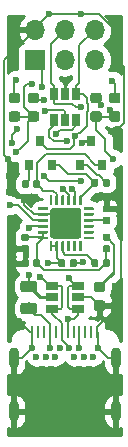
<source format=gbr>
G04 #@! TF.GenerationSoftware,KiCad,Pcbnew,(5.1.0)-1*
G04 #@! TF.CreationDate,2019-07-27T07:21:47+08:00*
G04 #@! TF.ProjectId,Down,446f776e-2e6b-4696-9361-645f70636258,rev?*
G04 #@! TF.SameCoordinates,Original*
G04 #@! TF.FileFunction,Copper,L1,Top*
G04 #@! TF.FilePolarity,Positive*
%FSLAX46Y46*%
G04 Gerber Fmt 4.6, Leading zero omitted, Abs format (unit mm)*
G04 Created by KiCad (PCBNEW (5.1.0)-1) date 2019-07-27 07:21:47*
%MOMM*%
%LPD*%
G04 APERTURE LIST*
%ADD10C,0.100000*%
%ADD11C,0.590000*%
%ADD12C,0.875000*%
%ADD13O,0.900000X1.800000*%
%ADD14R,0.250000X1.100000*%
%ADD15C,0.600000*%
%ADD16C,0.250000*%
%ADD17C,2.600000*%
%ADD18R,0.650000X1.060000*%
%ADD19R,1.060000X0.650000*%
%ADD20R,0.800000X0.900000*%
%ADD21O,1.700000X1.700000*%
%ADD22R,1.700000X1.700000*%
%ADD23C,0.975000*%
%ADD24C,0.200000*%
%ADD25C,0.250000*%
%ADD26C,0.254000*%
G04 APERTURE END LIST*
D10*
G36*
X158586958Y-111620710D02*
G01*
X158601276Y-111622834D01*
X158615317Y-111626351D01*
X158628946Y-111631228D01*
X158642031Y-111637417D01*
X158654447Y-111644858D01*
X158666073Y-111653481D01*
X158676798Y-111663202D01*
X158686519Y-111673927D01*
X158695142Y-111685553D01*
X158702583Y-111697969D01*
X158708772Y-111711054D01*
X158713649Y-111724683D01*
X158717166Y-111738724D01*
X158719290Y-111753042D01*
X158720000Y-111767500D01*
X158720000Y-112062500D01*
X158719290Y-112076958D01*
X158717166Y-112091276D01*
X158713649Y-112105317D01*
X158708772Y-112118946D01*
X158702583Y-112132031D01*
X158695142Y-112144447D01*
X158686519Y-112156073D01*
X158676798Y-112166798D01*
X158666073Y-112176519D01*
X158654447Y-112185142D01*
X158642031Y-112192583D01*
X158628946Y-112198772D01*
X158615317Y-112203649D01*
X158601276Y-112207166D01*
X158586958Y-112209290D01*
X158572500Y-112210000D01*
X158227500Y-112210000D01*
X158213042Y-112209290D01*
X158198724Y-112207166D01*
X158184683Y-112203649D01*
X158171054Y-112198772D01*
X158157969Y-112192583D01*
X158145553Y-112185142D01*
X158133927Y-112176519D01*
X158123202Y-112166798D01*
X158113481Y-112156073D01*
X158104858Y-112144447D01*
X158097417Y-112132031D01*
X158091228Y-112118946D01*
X158086351Y-112105317D01*
X158082834Y-112091276D01*
X158080710Y-112076958D01*
X158080000Y-112062500D01*
X158080000Y-111767500D01*
X158080710Y-111753042D01*
X158082834Y-111738724D01*
X158086351Y-111724683D01*
X158091228Y-111711054D01*
X158097417Y-111697969D01*
X158104858Y-111685553D01*
X158113481Y-111673927D01*
X158123202Y-111663202D01*
X158133927Y-111653481D01*
X158145553Y-111644858D01*
X158157969Y-111637417D01*
X158171054Y-111631228D01*
X158184683Y-111626351D01*
X158198724Y-111622834D01*
X158213042Y-111620710D01*
X158227500Y-111620000D01*
X158572500Y-111620000D01*
X158586958Y-111620710D01*
X158586958Y-111620710D01*
G37*
D11*
X158400000Y-111915000D03*
D10*
G36*
X158586958Y-112590710D02*
G01*
X158601276Y-112592834D01*
X158615317Y-112596351D01*
X158628946Y-112601228D01*
X158642031Y-112607417D01*
X158654447Y-112614858D01*
X158666073Y-112623481D01*
X158676798Y-112633202D01*
X158686519Y-112643927D01*
X158695142Y-112655553D01*
X158702583Y-112667969D01*
X158708772Y-112681054D01*
X158713649Y-112694683D01*
X158717166Y-112708724D01*
X158719290Y-112723042D01*
X158720000Y-112737500D01*
X158720000Y-113032500D01*
X158719290Y-113046958D01*
X158717166Y-113061276D01*
X158713649Y-113075317D01*
X158708772Y-113088946D01*
X158702583Y-113102031D01*
X158695142Y-113114447D01*
X158686519Y-113126073D01*
X158676798Y-113136798D01*
X158666073Y-113146519D01*
X158654447Y-113155142D01*
X158642031Y-113162583D01*
X158628946Y-113168772D01*
X158615317Y-113173649D01*
X158601276Y-113177166D01*
X158586958Y-113179290D01*
X158572500Y-113180000D01*
X158227500Y-113180000D01*
X158213042Y-113179290D01*
X158198724Y-113177166D01*
X158184683Y-113173649D01*
X158171054Y-113168772D01*
X158157969Y-113162583D01*
X158145553Y-113155142D01*
X158133927Y-113146519D01*
X158123202Y-113136798D01*
X158113481Y-113126073D01*
X158104858Y-113114447D01*
X158097417Y-113102031D01*
X158091228Y-113088946D01*
X158086351Y-113075317D01*
X158082834Y-113061276D01*
X158080710Y-113046958D01*
X158080000Y-113032500D01*
X158080000Y-112737500D01*
X158080710Y-112723042D01*
X158082834Y-112708724D01*
X158086351Y-112694683D01*
X158091228Y-112681054D01*
X158097417Y-112667969D01*
X158104858Y-112655553D01*
X158113481Y-112643927D01*
X158123202Y-112633202D01*
X158133927Y-112623481D01*
X158145553Y-112614858D01*
X158157969Y-112607417D01*
X158171054Y-112601228D01*
X158184683Y-112596351D01*
X158198724Y-112592834D01*
X158213042Y-112590710D01*
X158227500Y-112590000D01*
X158572500Y-112590000D01*
X158586958Y-112590710D01*
X158586958Y-112590710D01*
G37*
D11*
X158400000Y-112885000D03*
D10*
G36*
X158077691Y-115676053D02*
G01*
X158098926Y-115679203D01*
X158119750Y-115684419D01*
X158139962Y-115691651D01*
X158159368Y-115700830D01*
X158177781Y-115711866D01*
X158195024Y-115724654D01*
X158210930Y-115739070D01*
X158225346Y-115754976D01*
X158238134Y-115772219D01*
X158249170Y-115790632D01*
X158258349Y-115810038D01*
X158265581Y-115830250D01*
X158270797Y-115851074D01*
X158273947Y-115872309D01*
X158275000Y-115893750D01*
X158275000Y-116331250D01*
X158273947Y-116352691D01*
X158270797Y-116373926D01*
X158265581Y-116394750D01*
X158258349Y-116414962D01*
X158249170Y-116434368D01*
X158238134Y-116452781D01*
X158225346Y-116470024D01*
X158210930Y-116485930D01*
X158195024Y-116500346D01*
X158177781Y-116513134D01*
X158159368Y-116524170D01*
X158139962Y-116533349D01*
X158119750Y-116540581D01*
X158098926Y-116545797D01*
X158077691Y-116548947D01*
X158056250Y-116550000D01*
X157543750Y-116550000D01*
X157522309Y-116548947D01*
X157501074Y-116545797D01*
X157480250Y-116540581D01*
X157460038Y-116533349D01*
X157440632Y-116524170D01*
X157422219Y-116513134D01*
X157404976Y-116500346D01*
X157389070Y-116485930D01*
X157374654Y-116470024D01*
X157361866Y-116452781D01*
X157350830Y-116434368D01*
X157341651Y-116414962D01*
X157334419Y-116394750D01*
X157329203Y-116373926D01*
X157326053Y-116352691D01*
X157325000Y-116331250D01*
X157325000Y-115893750D01*
X157326053Y-115872309D01*
X157329203Y-115851074D01*
X157334419Y-115830250D01*
X157341651Y-115810038D01*
X157350830Y-115790632D01*
X157361866Y-115772219D01*
X157374654Y-115754976D01*
X157389070Y-115739070D01*
X157404976Y-115724654D01*
X157422219Y-115711866D01*
X157440632Y-115700830D01*
X157460038Y-115691651D01*
X157480250Y-115684419D01*
X157501074Y-115679203D01*
X157522309Y-115676053D01*
X157543750Y-115675000D01*
X158056250Y-115675000D01*
X158077691Y-115676053D01*
X158077691Y-115676053D01*
G37*
D12*
X157800000Y-116112500D03*
D10*
G36*
X158077691Y-117251053D02*
G01*
X158098926Y-117254203D01*
X158119750Y-117259419D01*
X158139962Y-117266651D01*
X158159368Y-117275830D01*
X158177781Y-117286866D01*
X158195024Y-117299654D01*
X158210930Y-117314070D01*
X158225346Y-117329976D01*
X158238134Y-117347219D01*
X158249170Y-117365632D01*
X158258349Y-117385038D01*
X158265581Y-117405250D01*
X158270797Y-117426074D01*
X158273947Y-117447309D01*
X158275000Y-117468750D01*
X158275000Y-117906250D01*
X158273947Y-117927691D01*
X158270797Y-117948926D01*
X158265581Y-117969750D01*
X158258349Y-117989962D01*
X158249170Y-118009368D01*
X158238134Y-118027781D01*
X158225346Y-118045024D01*
X158210930Y-118060930D01*
X158195024Y-118075346D01*
X158177781Y-118088134D01*
X158159368Y-118099170D01*
X158139962Y-118108349D01*
X158119750Y-118115581D01*
X158098926Y-118120797D01*
X158077691Y-118123947D01*
X158056250Y-118125000D01*
X157543750Y-118125000D01*
X157522309Y-118123947D01*
X157501074Y-118120797D01*
X157480250Y-118115581D01*
X157460038Y-118108349D01*
X157440632Y-118099170D01*
X157422219Y-118088134D01*
X157404976Y-118075346D01*
X157389070Y-118060930D01*
X157374654Y-118045024D01*
X157361866Y-118027781D01*
X157350830Y-118009368D01*
X157341651Y-117989962D01*
X157334419Y-117969750D01*
X157329203Y-117948926D01*
X157326053Y-117927691D01*
X157325000Y-117906250D01*
X157325000Y-117468750D01*
X157326053Y-117447309D01*
X157329203Y-117426074D01*
X157334419Y-117405250D01*
X157341651Y-117385038D01*
X157350830Y-117365632D01*
X157361866Y-117347219D01*
X157374654Y-117329976D01*
X157389070Y-117314070D01*
X157404976Y-117299654D01*
X157422219Y-117286866D01*
X157440632Y-117275830D01*
X157460038Y-117266651D01*
X157480250Y-117259419D01*
X157501074Y-117254203D01*
X157522309Y-117251053D01*
X157543750Y-117250000D01*
X158056250Y-117250000D01*
X158077691Y-117251053D01*
X158077691Y-117251053D01*
G37*
D12*
X157800000Y-117687500D03*
D13*
X150520000Y-122160000D03*
D14*
X152600000Y-119950000D03*
X152100000Y-119950000D03*
D15*
X153650000Y-121310000D03*
X153250000Y-122010000D03*
D14*
X156600000Y-119950000D03*
D13*
X150520000Y-126660000D03*
D15*
X154450000Y-121310000D03*
D14*
X156100000Y-119950000D03*
X153600000Y-119950000D03*
X157600000Y-119950000D03*
X154100000Y-119950000D03*
D15*
X155650000Y-122010000D03*
X155250000Y-121310000D03*
D14*
X155600000Y-119950000D03*
D15*
X156450000Y-122010000D03*
D13*
X159180000Y-126660000D03*
D15*
X152050000Y-121310000D03*
D14*
X153100000Y-119950000D03*
D15*
X157650000Y-121310000D03*
X156050000Y-121310000D03*
D14*
X157100000Y-119950000D03*
D13*
X159180000Y-122160000D03*
D15*
X157250000Y-122010000D03*
D14*
X154600000Y-119950000D03*
D15*
X152450000Y-122010000D03*
D14*
X155100000Y-119950000D03*
D15*
X154050000Y-122010000D03*
D10*
G36*
X153763627Y-108375302D02*
G01*
X153769694Y-108376202D01*
X153775644Y-108377692D01*
X153781419Y-108379759D01*
X153786963Y-108382381D01*
X153792224Y-108385534D01*
X153797151Y-108389188D01*
X153801695Y-108393307D01*
X153805814Y-108397851D01*
X153809468Y-108402778D01*
X153812621Y-108408039D01*
X153815243Y-108413583D01*
X153817310Y-108419358D01*
X153818800Y-108425308D01*
X153819700Y-108431375D01*
X153820001Y-108437501D01*
X153820001Y-109137501D01*
X153819700Y-109143627D01*
X153818800Y-109149694D01*
X153817310Y-109155644D01*
X153815243Y-109161419D01*
X153812621Y-109166963D01*
X153809468Y-109172224D01*
X153805814Y-109177151D01*
X153801695Y-109181695D01*
X153797151Y-109185814D01*
X153792224Y-109189468D01*
X153786963Y-109192621D01*
X153781419Y-109195243D01*
X153775644Y-109197310D01*
X153769694Y-109198800D01*
X153763627Y-109199700D01*
X153757501Y-109200001D01*
X153632501Y-109200001D01*
X153626375Y-109199700D01*
X153620308Y-109198800D01*
X153614358Y-109197310D01*
X153608583Y-109195243D01*
X153603039Y-109192621D01*
X153597778Y-109189468D01*
X153592851Y-109185814D01*
X153588307Y-109181695D01*
X153584188Y-109177151D01*
X153580534Y-109172224D01*
X153577381Y-109166963D01*
X153574759Y-109161419D01*
X153572692Y-109155644D01*
X153571202Y-109149694D01*
X153570302Y-109143627D01*
X153570001Y-109137501D01*
X153570001Y-108437501D01*
X153570302Y-108431375D01*
X153571202Y-108425308D01*
X153572692Y-108419358D01*
X153574759Y-108413583D01*
X153577381Y-108408039D01*
X153580534Y-108402778D01*
X153584188Y-108397851D01*
X153588307Y-108393307D01*
X153592851Y-108389188D01*
X153597778Y-108385534D01*
X153603039Y-108382381D01*
X153608583Y-108379759D01*
X153614358Y-108377692D01*
X153620308Y-108376202D01*
X153626375Y-108375302D01*
X153632501Y-108375001D01*
X153757501Y-108375001D01*
X153763627Y-108375302D01*
X153763627Y-108375302D01*
G37*
D16*
X153695001Y-108787501D03*
D10*
G36*
X154263627Y-108375302D02*
G01*
X154269694Y-108376202D01*
X154275644Y-108377692D01*
X154281419Y-108379759D01*
X154286963Y-108382381D01*
X154292224Y-108385534D01*
X154297151Y-108389188D01*
X154301695Y-108393307D01*
X154305814Y-108397851D01*
X154309468Y-108402778D01*
X154312621Y-108408039D01*
X154315243Y-108413583D01*
X154317310Y-108419358D01*
X154318800Y-108425308D01*
X154319700Y-108431375D01*
X154320001Y-108437501D01*
X154320001Y-109137501D01*
X154319700Y-109143627D01*
X154318800Y-109149694D01*
X154317310Y-109155644D01*
X154315243Y-109161419D01*
X154312621Y-109166963D01*
X154309468Y-109172224D01*
X154305814Y-109177151D01*
X154301695Y-109181695D01*
X154297151Y-109185814D01*
X154292224Y-109189468D01*
X154286963Y-109192621D01*
X154281419Y-109195243D01*
X154275644Y-109197310D01*
X154269694Y-109198800D01*
X154263627Y-109199700D01*
X154257501Y-109200001D01*
X154132501Y-109200001D01*
X154126375Y-109199700D01*
X154120308Y-109198800D01*
X154114358Y-109197310D01*
X154108583Y-109195243D01*
X154103039Y-109192621D01*
X154097778Y-109189468D01*
X154092851Y-109185814D01*
X154088307Y-109181695D01*
X154084188Y-109177151D01*
X154080534Y-109172224D01*
X154077381Y-109166963D01*
X154074759Y-109161419D01*
X154072692Y-109155644D01*
X154071202Y-109149694D01*
X154070302Y-109143627D01*
X154070001Y-109137501D01*
X154070001Y-108437501D01*
X154070302Y-108431375D01*
X154071202Y-108425308D01*
X154072692Y-108419358D01*
X154074759Y-108413583D01*
X154077381Y-108408039D01*
X154080534Y-108402778D01*
X154084188Y-108397851D01*
X154088307Y-108393307D01*
X154092851Y-108389188D01*
X154097778Y-108385534D01*
X154103039Y-108382381D01*
X154108583Y-108379759D01*
X154114358Y-108377692D01*
X154120308Y-108376202D01*
X154126375Y-108375302D01*
X154132501Y-108375001D01*
X154257501Y-108375001D01*
X154263627Y-108375302D01*
X154263627Y-108375302D01*
G37*
D16*
X154195001Y-108787501D03*
D10*
G36*
X154763627Y-108375302D02*
G01*
X154769694Y-108376202D01*
X154775644Y-108377692D01*
X154781419Y-108379759D01*
X154786963Y-108382381D01*
X154792224Y-108385534D01*
X154797151Y-108389188D01*
X154801695Y-108393307D01*
X154805814Y-108397851D01*
X154809468Y-108402778D01*
X154812621Y-108408039D01*
X154815243Y-108413583D01*
X154817310Y-108419358D01*
X154818800Y-108425308D01*
X154819700Y-108431375D01*
X154820001Y-108437501D01*
X154820001Y-109137501D01*
X154819700Y-109143627D01*
X154818800Y-109149694D01*
X154817310Y-109155644D01*
X154815243Y-109161419D01*
X154812621Y-109166963D01*
X154809468Y-109172224D01*
X154805814Y-109177151D01*
X154801695Y-109181695D01*
X154797151Y-109185814D01*
X154792224Y-109189468D01*
X154786963Y-109192621D01*
X154781419Y-109195243D01*
X154775644Y-109197310D01*
X154769694Y-109198800D01*
X154763627Y-109199700D01*
X154757501Y-109200001D01*
X154632501Y-109200001D01*
X154626375Y-109199700D01*
X154620308Y-109198800D01*
X154614358Y-109197310D01*
X154608583Y-109195243D01*
X154603039Y-109192621D01*
X154597778Y-109189468D01*
X154592851Y-109185814D01*
X154588307Y-109181695D01*
X154584188Y-109177151D01*
X154580534Y-109172224D01*
X154577381Y-109166963D01*
X154574759Y-109161419D01*
X154572692Y-109155644D01*
X154571202Y-109149694D01*
X154570302Y-109143627D01*
X154570001Y-109137501D01*
X154570001Y-108437501D01*
X154570302Y-108431375D01*
X154571202Y-108425308D01*
X154572692Y-108419358D01*
X154574759Y-108413583D01*
X154577381Y-108408039D01*
X154580534Y-108402778D01*
X154584188Y-108397851D01*
X154588307Y-108393307D01*
X154592851Y-108389188D01*
X154597778Y-108385534D01*
X154603039Y-108382381D01*
X154608583Y-108379759D01*
X154614358Y-108377692D01*
X154620308Y-108376202D01*
X154626375Y-108375302D01*
X154632501Y-108375001D01*
X154757501Y-108375001D01*
X154763627Y-108375302D01*
X154763627Y-108375302D01*
G37*
D16*
X154695001Y-108787501D03*
D10*
G36*
X155263627Y-108375302D02*
G01*
X155269694Y-108376202D01*
X155275644Y-108377692D01*
X155281419Y-108379759D01*
X155286963Y-108382381D01*
X155292224Y-108385534D01*
X155297151Y-108389188D01*
X155301695Y-108393307D01*
X155305814Y-108397851D01*
X155309468Y-108402778D01*
X155312621Y-108408039D01*
X155315243Y-108413583D01*
X155317310Y-108419358D01*
X155318800Y-108425308D01*
X155319700Y-108431375D01*
X155320001Y-108437501D01*
X155320001Y-109137501D01*
X155319700Y-109143627D01*
X155318800Y-109149694D01*
X155317310Y-109155644D01*
X155315243Y-109161419D01*
X155312621Y-109166963D01*
X155309468Y-109172224D01*
X155305814Y-109177151D01*
X155301695Y-109181695D01*
X155297151Y-109185814D01*
X155292224Y-109189468D01*
X155286963Y-109192621D01*
X155281419Y-109195243D01*
X155275644Y-109197310D01*
X155269694Y-109198800D01*
X155263627Y-109199700D01*
X155257501Y-109200001D01*
X155132501Y-109200001D01*
X155126375Y-109199700D01*
X155120308Y-109198800D01*
X155114358Y-109197310D01*
X155108583Y-109195243D01*
X155103039Y-109192621D01*
X155097778Y-109189468D01*
X155092851Y-109185814D01*
X155088307Y-109181695D01*
X155084188Y-109177151D01*
X155080534Y-109172224D01*
X155077381Y-109166963D01*
X155074759Y-109161419D01*
X155072692Y-109155644D01*
X155071202Y-109149694D01*
X155070302Y-109143627D01*
X155070001Y-109137501D01*
X155070001Y-108437501D01*
X155070302Y-108431375D01*
X155071202Y-108425308D01*
X155072692Y-108419358D01*
X155074759Y-108413583D01*
X155077381Y-108408039D01*
X155080534Y-108402778D01*
X155084188Y-108397851D01*
X155088307Y-108393307D01*
X155092851Y-108389188D01*
X155097778Y-108385534D01*
X155103039Y-108382381D01*
X155108583Y-108379759D01*
X155114358Y-108377692D01*
X155120308Y-108376202D01*
X155126375Y-108375302D01*
X155132501Y-108375001D01*
X155257501Y-108375001D01*
X155263627Y-108375302D01*
X155263627Y-108375302D01*
G37*
D16*
X155195001Y-108787501D03*
D10*
G36*
X155763627Y-108375302D02*
G01*
X155769694Y-108376202D01*
X155775644Y-108377692D01*
X155781419Y-108379759D01*
X155786963Y-108382381D01*
X155792224Y-108385534D01*
X155797151Y-108389188D01*
X155801695Y-108393307D01*
X155805814Y-108397851D01*
X155809468Y-108402778D01*
X155812621Y-108408039D01*
X155815243Y-108413583D01*
X155817310Y-108419358D01*
X155818800Y-108425308D01*
X155819700Y-108431375D01*
X155820001Y-108437501D01*
X155820001Y-109137501D01*
X155819700Y-109143627D01*
X155818800Y-109149694D01*
X155817310Y-109155644D01*
X155815243Y-109161419D01*
X155812621Y-109166963D01*
X155809468Y-109172224D01*
X155805814Y-109177151D01*
X155801695Y-109181695D01*
X155797151Y-109185814D01*
X155792224Y-109189468D01*
X155786963Y-109192621D01*
X155781419Y-109195243D01*
X155775644Y-109197310D01*
X155769694Y-109198800D01*
X155763627Y-109199700D01*
X155757501Y-109200001D01*
X155632501Y-109200001D01*
X155626375Y-109199700D01*
X155620308Y-109198800D01*
X155614358Y-109197310D01*
X155608583Y-109195243D01*
X155603039Y-109192621D01*
X155597778Y-109189468D01*
X155592851Y-109185814D01*
X155588307Y-109181695D01*
X155584188Y-109177151D01*
X155580534Y-109172224D01*
X155577381Y-109166963D01*
X155574759Y-109161419D01*
X155572692Y-109155644D01*
X155571202Y-109149694D01*
X155570302Y-109143627D01*
X155570001Y-109137501D01*
X155570001Y-108437501D01*
X155570302Y-108431375D01*
X155571202Y-108425308D01*
X155572692Y-108419358D01*
X155574759Y-108413583D01*
X155577381Y-108408039D01*
X155580534Y-108402778D01*
X155584188Y-108397851D01*
X155588307Y-108393307D01*
X155592851Y-108389188D01*
X155597778Y-108385534D01*
X155603039Y-108382381D01*
X155608583Y-108379759D01*
X155614358Y-108377692D01*
X155620308Y-108376202D01*
X155626375Y-108375302D01*
X155632501Y-108375001D01*
X155757501Y-108375001D01*
X155763627Y-108375302D01*
X155763627Y-108375302D01*
G37*
D16*
X155695001Y-108787501D03*
D10*
G36*
X156263627Y-108375302D02*
G01*
X156269694Y-108376202D01*
X156275644Y-108377692D01*
X156281419Y-108379759D01*
X156286963Y-108382381D01*
X156292224Y-108385534D01*
X156297151Y-108389188D01*
X156301695Y-108393307D01*
X156305814Y-108397851D01*
X156309468Y-108402778D01*
X156312621Y-108408039D01*
X156315243Y-108413583D01*
X156317310Y-108419358D01*
X156318800Y-108425308D01*
X156319700Y-108431375D01*
X156320001Y-108437501D01*
X156320001Y-109137501D01*
X156319700Y-109143627D01*
X156318800Y-109149694D01*
X156317310Y-109155644D01*
X156315243Y-109161419D01*
X156312621Y-109166963D01*
X156309468Y-109172224D01*
X156305814Y-109177151D01*
X156301695Y-109181695D01*
X156297151Y-109185814D01*
X156292224Y-109189468D01*
X156286963Y-109192621D01*
X156281419Y-109195243D01*
X156275644Y-109197310D01*
X156269694Y-109198800D01*
X156263627Y-109199700D01*
X156257501Y-109200001D01*
X156132501Y-109200001D01*
X156126375Y-109199700D01*
X156120308Y-109198800D01*
X156114358Y-109197310D01*
X156108583Y-109195243D01*
X156103039Y-109192621D01*
X156097778Y-109189468D01*
X156092851Y-109185814D01*
X156088307Y-109181695D01*
X156084188Y-109177151D01*
X156080534Y-109172224D01*
X156077381Y-109166963D01*
X156074759Y-109161419D01*
X156072692Y-109155644D01*
X156071202Y-109149694D01*
X156070302Y-109143627D01*
X156070001Y-109137501D01*
X156070001Y-108437501D01*
X156070302Y-108431375D01*
X156071202Y-108425308D01*
X156072692Y-108419358D01*
X156074759Y-108413583D01*
X156077381Y-108408039D01*
X156080534Y-108402778D01*
X156084188Y-108397851D01*
X156088307Y-108393307D01*
X156092851Y-108389188D01*
X156097778Y-108385534D01*
X156103039Y-108382381D01*
X156108583Y-108379759D01*
X156114358Y-108377692D01*
X156120308Y-108376202D01*
X156126375Y-108375302D01*
X156132501Y-108375001D01*
X156257501Y-108375001D01*
X156263627Y-108375302D01*
X156263627Y-108375302D01*
G37*
D16*
X156195001Y-108787501D03*
D10*
G36*
X157238627Y-109350302D02*
G01*
X157244694Y-109351202D01*
X157250644Y-109352692D01*
X157256419Y-109354759D01*
X157261963Y-109357381D01*
X157267224Y-109360534D01*
X157272151Y-109364188D01*
X157276695Y-109368307D01*
X157280814Y-109372851D01*
X157284468Y-109377778D01*
X157287621Y-109383039D01*
X157290243Y-109388583D01*
X157292310Y-109394358D01*
X157293800Y-109400308D01*
X157294700Y-109406375D01*
X157295001Y-109412501D01*
X157295001Y-109537501D01*
X157294700Y-109543627D01*
X157293800Y-109549694D01*
X157292310Y-109555644D01*
X157290243Y-109561419D01*
X157287621Y-109566963D01*
X157284468Y-109572224D01*
X157280814Y-109577151D01*
X157276695Y-109581695D01*
X157272151Y-109585814D01*
X157267224Y-109589468D01*
X157261963Y-109592621D01*
X157256419Y-109595243D01*
X157250644Y-109597310D01*
X157244694Y-109598800D01*
X157238627Y-109599700D01*
X157232501Y-109600001D01*
X156532501Y-109600001D01*
X156526375Y-109599700D01*
X156520308Y-109598800D01*
X156514358Y-109597310D01*
X156508583Y-109595243D01*
X156503039Y-109592621D01*
X156497778Y-109589468D01*
X156492851Y-109585814D01*
X156488307Y-109581695D01*
X156484188Y-109577151D01*
X156480534Y-109572224D01*
X156477381Y-109566963D01*
X156474759Y-109561419D01*
X156472692Y-109555644D01*
X156471202Y-109549694D01*
X156470302Y-109543627D01*
X156470001Y-109537501D01*
X156470001Y-109412501D01*
X156470302Y-109406375D01*
X156471202Y-109400308D01*
X156472692Y-109394358D01*
X156474759Y-109388583D01*
X156477381Y-109383039D01*
X156480534Y-109377778D01*
X156484188Y-109372851D01*
X156488307Y-109368307D01*
X156492851Y-109364188D01*
X156497778Y-109360534D01*
X156503039Y-109357381D01*
X156508583Y-109354759D01*
X156514358Y-109352692D01*
X156520308Y-109351202D01*
X156526375Y-109350302D01*
X156532501Y-109350001D01*
X157232501Y-109350001D01*
X157238627Y-109350302D01*
X157238627Y-109350302D01*
G37*
D16*
X156882501Y-109475001D03*
D10*
G36*
X157238627Y-109850302D02*
G01*
X157244694Y-109851202D01*
X157250644Y-109852692D01*
X157256419Y-109854759D01*
X157261963Y-109857381D01*
X157267224Y-109860534D01*
X157272151Y-109864188D01*
X157276695Y-109868307D01*
X157280814Y-109872851D01*
X157284468Y-109877778D01*
X157287621Y-109883039D01*
X157290243Y-109888583D01*
X157292310Y-109894358D01*
X157293800Y-109900308D01*
X157294700Y-109906375D01*
X157295001Y-109912501D01*
X157295001Y-110037501D01*
X157294700Y-110043627D01*
X157293800Y-110049694D01*
X157292310Y-110055644D01*
X157290243Y-110061419D01*
X157287621Y-110066963D01*
X157284468Y-110072224D01*
X157280814Y-110077151D01*
X157276695Y-110081695D01*
X157272151Y-110085814D01*
X157267224Y-110089468D01*
X157261963Y-110092621D01*
X157256419Y-110095243D01*
X157250644Y-110097310D01*
X157244694Y-110098800D01*
X157238627Y-110099700D01*
X157232501Y-110100001D01*
X156532501Y-110100001D01*
X156526375Y-110099700D01*
X156520308Y-110098800D01*
X156514358Y-110097310D01*
X156508583Y-110095243D01*
X156503039Y-110092621D01*
X156497778Y-110089468D01*
X156492851Y-110085814D01*
X156488307Y-110081695D01*
X156484188Y-110077151D01*
X156480534Y-110072224D01*
X156477381Y-110066963D01*
X156474759Y-110061419D01*
X156472692Y-110055644D01*
X156471202Y-110049694D01*
X156470302Y-110043627D01*
X156470001Y-110037501D01*
X156470001Y-109912501D01*
X156470302Y-109906375D01*
X156471202Y-109900308D01*
X156472692Y-109894358D01*
X156474759Y-109888583D01*
X156477381Y-109883039D01*
X156480534Y-109877778D01*
X156484188Y-109872851D01*
X156488307Y-109868307D01*
X156492851Y-109864188D01*
X156497778Y-109860534D01*
X156503039Y-109857381D01*
X156508583Y-109854759D01*
X156514358Y-109852692D01*
X156520308Y-109851202D01*
X156526375Y-109850302D01*
X156532501Y-109850001D01*
X157232501Y-109850001D01*
X157238627Y-109850302D01*
X157238627Y-109850302D01*
G37*
D16*
X156882501Y-109975001D03*
D10*
G36*
X157238627Y-110350302D02*
G01*
X157244694Y-110351202D01*
X157250644Y-110352692D01*
X157256419Y-110354759D01*
X157261963Y-110357381D01*
X157267224Y-110360534D01*
X157272151Y-110364188D01*
X157276695Y-110368307D01*
X157280814Y-110372851D01*
X157284468Y-110377778D01*
X157287621Y-110383039D01*
X157290243Y-110388583D01*
X157292310Y-110394358D01*
X157293800Y-110400308D01*
X157294700Y-110406375D01*
X157295001Y-110412501D01*
X157295001Y-110537501D01*
X157294700Y-110543627D01*
X157293800Y-110549694D01*
X157292310Y-110555644D01*
X157290243Y-110561419D01*
X157287621Y-110566963D01*
X157284468Y-110572224D01*
X157280814Y-110577151D01*
X157276695Y-110581695D01*
X157272151Y-110585814D01*
X157267224Y-110589468D01*
X157261963Y-110592621D01*
X157256419Y-110595243D01*
X157250644Y-110597310D01*
X157244694Y-110598800D01*
X157238627Y-110599700D01*
X157232501Y-110600001D01*
X156532501Y-110600001D01*
X156526375Y-110599700D01*
X156520308Y-110598800D01*
X156514358Y-110597310D01*
X156508583Y-110595243D01*
X156503039Y-110592621D01*
X156497778Y-110589468D01*
X156492851Y-110585814D01*
X156488307Y-110581695D01*
X156484188Y-110577151D01*
X156480534Y-110572224D01*
X156477381Y-110566963D01*
X156474759Y-110561419D01*
X156472692Y-110555644D01*
X156471202Y-110549694D01*
X156470302Y-110543627D01*
X156470001Y-110537501D01*
X156470001Y-110412501D01*
X156470302Y-110406375D01*
X156471202Y-110400308D01*
X156472692Y-110394358D01*
X156474759Y-110388583D01*
X156477381Y-110383039D01*
X156480534Y-110377778D01*
X156484188Y-110372851D01*
X156488307Y-110368307D01*
X156492851Y-110364188D01*
X156497778Y-110360534D01*
X156503039Y-110357381D01*
X156508583Y-110354759D01*
X156514358Y-110352692D01*
X156520308Y-110351202D01*
X156526375Y-110350302D01*
X156532501Y-110350001D01*
X157232501Y-110350001D01*
X157238627Y-110350302D01*
X157238627Y-110350302D01*
G37*
D16*
X156882501Y-110475001D03*
D10*
G36*
X157238627Y-110850302D02*
G01*
X157244694Y-110851202D01*
X157250644Y-110852692D01*
X157256419Y-110854759D01*
X157261963Y-110857381D01*
X157267224Y-110860534D01*
X157272151Y-110864188D01*
X157276695Y-110868307D01*
X157280814Y-110872851D01*
X157284468Y-110877778D01*
X157287621Y-110883039D01*
X157290243Y-110888583D01*
X157292310Y-110894358D01*
X157293800Y-110900308D01*
X157294700Y-110906375D01*
X157295001Y-110912501D01*
X157295001Y-111037501D01*
X157294700Y-111043627D01*
X157293800Y-111049694D01*
X157292310Y-111055644D01*
X157290243Y-111061419D01*
X157287621Y-111066963D01*
X157284468Y-111072224D01*
X157280814Y-111077151D01*
X157276695Y-111081695D01*
X157272151Y-111085814D01*
X157267224Y-111089468D01*
X157261963Y-111092621D01*
X157256419Y-111095243D01*
X157250644Y-111097310D01*
X157244694Y-111098800D01*
X157238627Y-111099700D01*
X157232501Y-111100001D01*
X156532501Y-111100001D01*
X156526375Y-111099700D01*
X156520308Y-111098800D01*
X156514358Y-111097310D01*
X156508583Y-111095243D01*
X156503039Y-111092621D01*
X156497778Y-111089468D01*
X156492851Y-111085814D01*
X156488307Y-111081695D01*
X156484188Y-111077151D01*
X156480534Y-111072224D01*
X156477381Y-111066963D01*
X156474759Y-111061419D01*
X156472692Y-111055644D01*
X156471202Y-111049694D01*
X156470302Y-111043627D01*
X156470001Y-111037501D01*
X156470001Y-110912501D01*
X156470302Y-110906375D01*
X156471202Y-110900308D01*
X156472692Y-110894358D01*
X156474759Y-110888583D01*
X156477381Y-110883039D01*
X156480534Y-110877778D01*
X156484188Y-110872851D01*
X156488307Y-110868307D01*
X156492851Y-110864188D01*
X156497778Y-110860534D01*
X156503039Y-110857381D01*
X156508583Y-110854759D01*
X156514358Y-110852692D01*
X156520308Y-110851202D01*
X156526375Y-110850302D01*
X156532501Y-110850001D01*
X157232501Y-110850001D01*
X157238627Y-110850302D01*
X157238627Y-110850302D01*
G37*
D16*
X156882501Y-110975001D03*
D10*
G36*
X157238627Y-111350302D02*
G01*
X157244694Y-111351202D01*
X157250644Y-111352692D01*
X157256419Y-111354759D01*
X157261963Y-111357381D01*
X157267224Y-111360534D01*
X157272151Y-111364188D01*
X157276695Y-111368307D01*
X157280814Y-111372851D01*
X157284468Y-111377778D01*
X157287621Y-111383039D01*
X157290243Y-111388583D01*
X157292310Y-111394358D01*
X157293800Y-111400308D01*
X157294700Y-111406375D01*
X157295001Y-111412501D01*
X157295001Y-111537501D01*
X157294700Y-111543627D01*
X157293800Y-111549694D01*
X157292310Y-111555644D01*
X157290243Y-111561419D01*
X157287621Y-111566963D01*
X157284468Y-111572224D01*
X157280814Y-111577151D01*
X157276695Y-111581695D01*
X157272151Y-111585814D01*
X157267224Y-111589468D01*
X157261963Y-111592621D01*
X157256419Y-111595243D01*
X157250644Y-111597310D01*
X157244694Y-111598800D01*
X157238627Y-111599700D01*
X157232501Y-111600001D01*
X156532501Y-111600001D01*
X156526375Y-111599700D01*
X156520308Y-111598800D01*
X156514358Y-111597310D01*
X156508583Y-111595243D01*
X156503039Y-111592621D01*
X156497778Y-111589468D01*
X156492851Y-111585814D01*
X156488307Y-111581695D01*
X156484188Y-111577151D01*
X156480534Y-111572224D01*
X156477381Y-111566963D01*
X156474759Y-111561419D01*
X156472692Y-111555644D01*
X156471202Y-111549694D01*
X156470302Y-111543627D01*
X156470001Y-111537501D01*
X156470001Y-111412501D01*
X156470302Y-111406375D01*
X156471202Y-111400308D01*
X156472692Y-111394358D01*
X156474759Y-111388583D01*
X156477381Y-111383039D01*
X156480534Y-111377778D01*
X156484188Y-111372851D01*
X156488307Y-111368307D01*
X156492851Y-111364188D01*
X156497778Y-111360534D01*
X156503039Y-111357381D01*
X156508583Y-111354759D01*
X156514358Y-111352692D01*
X156520308Y-111351202D01*
X156526375Y-111350302D01*
X156532501Y-111350001D01*
X157232501Y-111350001D01*
X157238627Y-111350302D01*
X157238627Y-111350302D01*
G37*
D16*
X156882501Y-111475001D03*
D10*
G36*
X157238627Y-111850302D02*
G01*
X157244694Y-111851202D01*
X157250644Y-111852692D01*
X157256419Y-111854759D01*
X157261963Y-111857381D01*
X157267224Y-111860534D01*
X157272151Y-111864188D01*
X157276695Y-111868307D01*
X157280814Y-111872851D01*
X157284468Y-111877778D01*
X157287621Y-111883039D01*
X157290243Y-111888583D01*
X157292310Y-111894358D01*
X157293800Y-111900308D01*
X157294700Y-111906375D01*
X157295001Y-111912501D01*
X157295001Y-112037501D01*
X157294700Y-112043627D01*
X157293800Y-112049694D01*
X157292310Y-112055644D01*
X157290243Y-112061419D01*
X157287621Y-112066963D01*
X157284468Y-112072224D01*
X157280814Y-112077151D01*
X157276695Y-112081695D01*
X157272151Y-112085814D01*
X157267224Y-112089468D01*
X157261963Y-112092621D01*
X157256419Y-112095243D01*
X157250644Y-112097310D01*
X157244694Y-112098800D01*
X157238627Y-112099700D01*
X157232501Y-112100001D01*
X156532501Y-112100001D01*
X156526375Y-112099700D01*
X156520308Y-112098800D01*
X156514358Y-112097310D01*
X156508583Y-112095243D01*
X156503039Y-112092621D01*
X156497778Y-112089468D01*
X156492851Y-112085814D01*
X156488307Y-112081695D01*
X156484188Y-112077151D01*
X156480534Y-112072224D01*
X156477381Y-112066963D01*
X156474759Y-112061419D01*
X156472692Y-112055644D01*
X156471202Y-112049694D01*
X156470302Y-112043627D01*
X156470001Y-112037501D01*
X156470001Y-111912501D01*
X156470302Y-111906375D01*
X156471202Y-111900308D01*
X156472692Y-111894358D01*
X156474759Y-111888583D01*
X156477381Y-111883039D01*
X156480534Y-111877778D01*
X156484188Y-111872851D01*
X156488307Y-111868307D01*
X156492851Y-111864188D01*
X156497778Y-111860534D01*
X156503039Y-111857381D01*
X156508583Y-111854759D01*
X156514358Y-111852692D01*
X156520308Y-111851202D01*
X156526375Y-111850302D01*
X156532501Y-111850001D01*
X157232501Y-111850001D01*
X157238627Y-111850302D01*
X157238627Y-111850302D01*
G37*
D16*
X156882501Y-111975001D03*
D10*
G36*
X156263627Y-112250302D02*
G01*
X156269694Y-112251202D01*
X156275644Y-112252692D01*
X156281419Y-112254759D01*
X156286963Y-112257381D01*
X156292224Y-112260534D01*
X156297151Y-112264188D01*
X156301695Y-112268307D01*
X156305814Y-112272851D01*
X156309468Y-112277778D01*
X156312621Y-112283039D01*
X156315243Y-112288583D01*
X156317310Y-112294358D01*
X156318800Y-112300308D01*
X156319700Y-112306375D01*
X156320001Y-112312501D01*
X156320001Y-113012501D01*
X156319700Y-113018627D01*
X156318800Y-113024694D01*
X156317310Y-113030644D01*
X156315243Y-113036419D01*
X156312621Y-113041963D01*
X156309468Y-113047224D01*
X156305814Y-113052151D01*
X156301695Y-113056695D01*
X156297151Y-113060814D01*
X156292224Y-113064468D01*
X156286963Y-113067621D01*
X156281419Y-113070243D01*
X156275644Y-113072310D01*
X156269694Y-113073800D01*
X156263627Y-113074700D01*
X156257501Y-113075001D01*
X156132501Y-113075001D01*
X156126375Y-113074700D01*
X156120308Y-113073800D01*
X156114358Y-113072310D01*
X156108583Y-113070243D01*
X156103039Y-113067621D01*
X156097778Y-113064468D01*
X156092851Y-113060814D01*
X156088307Y-113056695D01*
X156084188Y-113052151D01*
X156080534Y-113047224D01*
X156077381Y-113041963D01*
X156074759Y-113036419D01*
X156072692Y-113030644D01*
X156071202Y-113024694D01*
X156070302Y-113018627D01*
X156070001Y-113012501D01*
X156070001Y-112312501D01*
X156070302Y-112306375D01*
X156071202Y-112300308D01*
X156072692Y-112294358D01*
X156074759Y-112288583D01*
X156077381Y-112283039D01*
X156080534Y-112277778D01*
X156084188Y-112272851D01*
X156088307Y-112268307D01*
X156092851Y-112264188D01*
X156097778Y-112260534D01*
X156103039Y-112257381D01*
X156108583Y-112254759D01*
X156114358Y-112252692D01*
X156120308Y-112251202D01*
X156126375Y-112250302D01*
X156132501Y-112250001D01*
X156257501Y-112250001D01*
X156263627Y-112250302D01*
X156263627Y-112250302D01*
G37*
D16*
X156195001Y-112662501D03*
D10*
G36*
X155763627Y-112250302D02*
G01*
X155769694Y-112251202D01*
X155775644Y-112252692D01*
X155781419Y-112254759D01*
X155786963Y-112257381D01*
X155792224Y-112260534D01*
X155797151Y-112264188D01*
X155801695Y-112268307D01*
X155805814Y-112272851D01*
X155809468Y-112277778D01*
X155812621Y-112283039D01*
X155815243Y-112288583D01*
X155817310Y-112294358D01*
X155818800Y-112300308D01*
X155819700Y-112306375D01*
X155820001Y-112312501D01*
X155820001Y-113012501D01*
X155819700Y-113018627D01*
X155818800Y-113024694D01*
X155817310Y-113030644D01*
X155815243Y-113036419D01*
X155812621Y-113041963D01*
X155809468Y-113047224D01*
X155805814Y-113052151D01*
X155801695Y-113056695D01*
X155797151Y-113060814D01*
X155792224Y-113064468D01*
X155786963Y-113067621D01*
X155781419Y-113070243D01*
X155775644Y-113072310D01*
X155769694Y-113073800D01*
X155763627Y-113074700D01*
X155757501Y-113075001D01*
X155632501Y-113075001D01*
X155626375Y-113074700D01*
X155620308Y-113073800D01*
X155614358Y-113072310D01*
X155608583Y-113070243D01*
X155603039Y-113067621D01*
X155597778Y-113064468D01*
X155592851Y-113060814D01*
X155588307Y-113056695D01*
X155584188Y-113052151D01*
X155580534Y-113047224D01*
X155577381Y-113041963D01*
X155574759Y-113036419D01*
X155572692Y-113030644D01*
X155571202Y-113024694D01*
X155570302Y-113018627D01*
X155570001Y-113012501D01*
X155570001Y-112312501D01*
X155570302Y-112306375D01*
X155571202Y-112300308D01*
X155572692Y-112294358D01*
X155574759Y-112288583D01*
X155577381Y-112283039D01*
X155580534Y-112277778D01*
X155584188Y-112272851D01*
X155588307Y-112268307D01*
X155592851Y-112264188D01*
X155597778Y-112260534D01*
X155603039Y-112257381D01*
X155608583Y-112254759D01*
X155614358Y-112252692D01*
X155620308Y-112251202D01*
X155626375Y-112250302D01*
X155632501Y-112250001D01*
X155757501Y-112250001D01*
X155763627Y-112250302D01*
X155763627Y-112250302D01*
G37*
D16*
X155695001Y-112662501D03*
D10*
G36*
X155263627Y-112250302D02*
G01*
X155269694Y-112251202D01*
X155275644Y-112252692D01*
X155281419Y-112254759D01*
X155286963Y-112257381D01*
X155292224Y-112260534D01*
X155297151Y-112264188D01*
X155301695Y-112268307D01*
X155305814Y-112272851D01*
X155309468Y-112277778D01*
X155312621Y-112283039D01*
X155315243Y-112288583D01*
X155317310Y-112294358D01*
X155318800Y-112300308D01*
X155319700Y-112306375D01*
X155320001Y-112312501D01*
X155320001Y-113012501D01*
X155319700Y-113018627D01*
X155318800Y-113024694D01*
X155317310Y-113030644D01*
X155315243Y-113036419D01*
X155312621Y-113041963D01*
X155309468Y-113047224D01*
X155305814Y-113052151D01*
X155301695Y-113056695D01*
X155297151Y-113060814D01*
X155292224Y-113064468D01*
X155286963Y-113067621D01*
X155281419Y-113070243D01*
X155275644Y-113072310D01*
X155269694Y-113073800D01*
X155263627Y-113074700D01*
X155257501Y-113075001D01*
X155132501Y-113075001D01*
X155126375Y-113074700D01*
X155120308Y-113073800D01*
X155114358Y-113072310D01*
X155108583Y-113070243D01*
X155103039Y-113067621D01*
X155097778Y-113064468D01*
X155092851Y-113060814D01*
X155088307Y-113056695D01*
X155084188Y-113052151D01*
X155080534Y-113047224D01*
X155077381Y-113041963D01*
X155074759Y-113036419D01*
X155072692Y-113030644D01*
X155071202Y-113024694D01*
X155070302Y-113018627D01*
X155070001Y-113012501D01*
X155070001Y-112312501D01*
X155070302Y-112306375D01*
X155071202Y-112300308D01*
X155072692Y-112294358D01*
X155074759Y-112288583D01*
X155077381Y-112283039D01*
X155080534Y-112277778D01*
X155084188Y-112272851D01*
X155088307Y-112268307D01*
X155092851Y-112264188D01*
X155097778Y-112260534D01*
X155103039Y-112257381D01*
X155108583Y-112254759D01*
X155114358Y-112252692D01*
X155120308Y-112251202D01*
X155126375Y-112250302D01*
X155132501Y-112250001D01*
X155257501Y-112250001D01*
X155263627Y-112250302D01*
X155263627Y-112250302D01*
G37*
D16*
X155195001Y-112662501D03*
D10*
G36*
X154763627Y-112250302D02*
G01*
X154769694Y-112251202D01*
X154775644Y-112252692D01*
X154781419Y-112254759D01*
X154786963Y-112257381D01*
X154792224Y-112260534D01*
X154797151Y-112264188D01*
X154801695Y-112268307D01*
X154805814Y-112272851D01*
X154809468Y-112277778D01*
X154812621Y-112283039D01*
X154815243Y-112288583D01*
X154817310Y-112294358D01*
X154818800Y-112300308D01*
X154819700Y-112306375D01*
X154820001Y-112312501D01*
X154820001Y-113012501D01*
X154819700Y-113018627D01*
X154818800Y-113024694D01*
X154817310Y-113030644D01*
X154815243Y-113036419D01*
X154812621Y-113041963D01*
X154809468Y-113047224D01*
X154805814Y-113052151D01*
X154801695Y-113056695D01*
X154797151Y-113060814D01*
X154792224Y-113064468D01*
X154786963Y-113067621D01*
X154781419Y-113070243D01*
X154775644Y-113072310D01*
X154769694Y-113073800D01*
X154763627Y-113074700D01*
X154757501Y-113075001D01*
X154632501Y-113075001D01*
X154626375Y-113074700D01*
X154620308Y-113073800D01*
X154614358Y-113072310D01*
X154608583Y-113070243D01*
X154603039Y-113067621D01*
X154597778Y-113064468D01*
X154592851Y-113060814D01*
X154588307Y-113056695D01*
X154584188Y-113052151D01*
X154580534Y-113047224D01*
X154577381Y-113041963D01*
X154574759Y-113036419D01*
X154572692Y-113030644D01*
X154571202Y-113024694D01*
X154570302Y-113018627D01*
X154570001Y-113012501D01*
X154570001Y-112312501D01*
X154570302Y-112306375D01*
X154571202Y-112300308D01*
X154572692Y-112294358D01*
X154574759Y-112288583D01*
X154577381Y-112283039D01*
X154580534Y-112277778D01*
X154584188Y-112272851D01*
X154588307Y-112268307D01*
X154592851Y-112264188D01*
X154597778Y-112260534D01*
X154603039Y-112257381D01*
X154608583Y-112254759D01*
X154614358Y-112252692D01*
X154620308Y-112251202D01*
X154626375Y-112250302D01*
X154632501Y-112250001D01*
X154757501Y-112250001D01*
X154763627Y-112250302D01*
X154763627Y-112250302D01*
G37*
D16*
X154695001Y-112662501D03*
D10*
G36*
X154263627Y-112250302D02*
G01*
X154269694Y-112251202D01*
X154275644Y-112252692D01*
X154281419Y-112254759D01*
X154286963Y-112257381D01*
X154292224Y-112260534D01*
X154297151Y-112264188D01*
X154301695Y-112268307D01*
X154305814Y-112272851D01*
X154309468Y-112277778D01*
X154312621Y-112283039D01*
X154315243Y-112288583D01*
X154317310Y-112294358D01*
X154318800Y-112300308D01*
X154319700Y-112306375D01*
X154320001Y-112312501D01*
X154320001Y-113012501D01*
X154319700Y-113018627D01*
X154318800Y-113024694D01*
X154317310Y-113030644D01*
X154315243Y-113036419D01*
X154312621Y-113041963D01*
X154309468Y-113047224D01*
X154305814Y-113052151D01*
X154301695Y-113056695D01*
X154297151Y-113060814D01*
X154292224Y-113064468D01*
X154286963Y-113067621D01*
X154281419Y-113070243D01*
X154275644Y-113072310D01*
X154269694Y-113073800D01*
X154263627Y-113074700D01*
X154257501Y-113075001D01*
X154132501Y-113075001D01*
X154126375Y-113074700D01*
X154120308Y-113073800D01*
X154114358Y-113072310D01*
X154108583Y-113070243D01*
X154103039Y-113067621D01*
X154097778Y-113064468D01*
X154092851Y-113060814D01*
X154088307Y-113056695D01*
X154084188Y-113052151D01*
X154080534Y-113047224D01*
X154077381Y-113041963D01*
X154074759Y-113036419D01*
X154072692Y-113030644D01*
X154071202Y-113024694D01*
X154070302Y-113018627D01*
X154070001Y-113012501D01*
X154070001Y-112312501D01*
X154070302Y-112306375D01*
X154071202Y-112300308D01*
X154072692Y-112294358D01*
X154074759Y-112288583D01*
X154077381Y-112283039D01*
X154080534Y-112277778D01*
X154084188Y-112272851D01*
X154088307Y-112268307D01*
X154092851Y-112264188D01*
X154097778Y-112260534D01*
X154103039Y-112257381D01*
X154108583Y-112254759D01*
X154114358Y-112252692D01*
X154120308Y-112251202D01*
X154126375Y-112250302D01*
X154132501Y-112250001D01*
X154257501Y-112250001D01*
X154263627Y-112250302D01*
X154263627Y-112250302D01*
G37*
D16*
X154195001Y-112662501D03*
D10*
G36*
X153763627Y-112250302D02*
G01*
X153769694Y-112251202D01*
X153775644Y-112252692D01*
X153781419Y-112254759D01*
X153786963Y-112257381D01*
X153792224Y-112260534D01*
X153797151Y-112264188D01*
X153801695Y-112268307D01*
X153805814Y-112272851D01*
X153809468Y-112277778D01*
X153812621Y-112283039D01*
X153815243Y-112288583D01*
X153817310Y-112294358D01*
X153818800Y-112300308D01*
X153819700Y-112306375D01*
X153820001Y-112312501D01*
X153820001Y-113012501D01*
X153819700Y-113018627D01*
X153818800Y-113024694D01*
X153817310Y-113030644D01*
X153815243Y-113036419D01*
X153812621Y-113041963D01*
X153809468Y-113047224D01*
X153805814Y-113052151D01*
X153801695Y-113056695D01*
X153797151Y-113060814D01*
X153792224Y-113064468D01*
X153786963Y-113067621D01*
X153781419Y-113070243D01*
X153775644Y-113072310D01*
X153769694Y-113073800D01*
X153763627Y-113074700D01*
X153757501Y-113075001D01*
X153632501Y-113075001D01*
X153626375Y-113074700D01*
X153620308Y-113073800D01*
X153614358Y-113072310D01*
X153608583Y-113070243D01*
X153603039Y-113067621D01*
X153597778Y-113064468D01*
X153592851Y-113060814D01*
X153588307Y-113056695D01*
X153584188Y-113052151D01*
X153580534Y-113047224D01*
X153577381Y-113041963D01*
X153574759Y-113036419D01*
X153572692Y-113030644D01*
X153571202Y-113024694D01*
X153570302Y-113018627D01*
X153570001Y-113012501D01*
X153570001Y-112312501D01*
X153570302Y-112306375D01*
X153571202Y-112300308D01*
X153572692Y-112294358D01*
X153574759Y-112288583D01*
X153577381Y-112283039D01*
X153580534Y-112277778D01*
X153584188Y-112272851D01*
X153588307Y-112268307D01*
X153592851Y-112264188D01*
X153597778Y-112260534D01*
X153603039Y-112257381D01*
X153608583Y-112254759D01*
X153614358Y-112252692D01*
X153620308Y-112251202D01*
X153626375Y-112250302D01*
X153632501Y-112250001D01*
X153757501Y-112250001D01*
X153763627Y-112250302D01*
X153763627Y-112250302D01*
G37*
D16*
X153695001Y-112662501D03*
D10*
G36*
X153363627Y-111850302D02*
G01*
X153369694Y-111851202D01*
X153375644Y-111852692D01*
X153381419Y-111854759D01*
X153386963Y-111857381D01*
X153392224Y-111860534D01*
X153397151Y-111864188D01*
X153401695Y-111868307D01*
X153405814Y-111872851D01*
X153409468Y-111877778D01*
X153412621Y-111883039D01*
X153415243Y-111888583D01*
X153417310Y-111894358D01*
X153418800Y-111900308D01*
X153419700Y-111906375D01*
X153420001Y-111912501D01*
X153420001Y-112037501D01*
X153419700Y-112043627D01*
X153418800Y-112049694D01*
X153417310Y-112055644D01*
X153415243Y-112061419D01*
X153412621Y-112066963D01*
X153409468Y-112072224D01*
X153405814Y-112077151D01*
X153401695Y-112081695D01*
X153397151Y-112085814D01*
X153392224Y-112089468D01*
X153386963Y-112092621D01*
X153381419Y-112095243D01*
X153375644Y-112097310D01*
X153369694Y-112098800D01*
X153363627Y-112099700D01*
X153357501Y-112100001D01*
X152657501Y-112100001D01*
X152651375Y-112099700D01*
X152645308Y-112098800D01*
X152639358Y-112097310D01*
X152633583Y-112095243D01*
X152628039Y-112092621D01*
X152622778Y-112089468D01*
X152617851Y-112085814D01*
X152613307Y-112081695D01*
X152609188Y-112077151D01*
X152605534Y-112072224D01*
X152602381Y-112066963D01*
X152599759Y-112061419D01*
X152597692Y-112055644D01*
X152596202Y-112049694D01*
X152595302Y-112043627D01*
X152595001Y-112037501D01*
X152595001Y-111912501D01*
X152595302Y-111906375D01*
X152596202Y-111900308D01*
X152597692Y-111894358D01*
X152599759Y-111888583D01*
X152602381Y-111883039D01*
X152605534Y-111877778D01*
X152609188Y-111872851D01*
X152613307Y-111868307D01*
X152617851Y-111864188D01*
X152622778Y-111860534D01*
X152628039Y-111857381D01*
X152633583Y-111854759D01*
X152639358Y-111852692D01*
X152645308Y-111851202D01*
X152651375Y-111850302D01*
X152657501Y-111850001D01*
X153357501Y-111850001D01*
X153363627Y-111850302D01*
X153363627Y-111850302D01*
G37*
D16*
X153007501Y-111975001D03*
D10*
G36*
X153363627Y-111350302D02*
G01*
X153369694Y-111351202D01*
X153375644Y-111352692D01*
X153381419Y-111354759D01*
X153386963Y-111357381D01*
X153392224Y-111360534D01*
X153397151Y-111364188D01*
X153401695Y-111368307D01*
X153405814Y-111372851D01*
X153409468Y-111377778D01*
X153412621Y-111383039D01*
X153415243Y-111388583D01*
X153417310Y-111394358D01*
X153418800Y-111400308D01*
X153419700Y-111406375D01*
X153420001Y-111412501D01*
X153420001Y-111537501D01*
X153419700Y-111543627D01*
X153418800Y-111549694D01*
X153417310Y-111555644D01*
X153415243Y-111561419D01*
X153412621Y-111566963D01*
X153409468Y-111572224D01*
X153405814Y-111577151D01*
X153401695Y-111581695D01*
X153397151Y-111585814D01*
X153392224Y-111589468D01*
X153386963Y-111592621D01*
X153381419Y-111595243D01*
X153375644Y-111597310D01*
X153369694Y-111598800D01*
X153363627Y-111599700D01*
X153357501Y-111600001D01*
X152657501Y-111600001D01*
X152651375Y-111599700D01*
X152645308Y-111598800D01*
X152639358Y-111597310D01*
X152633583Y-111595243D01*
X152628039Y-111592621D01*
X152622778Y-111589468D01*
X152617851Y-111585814D01*
X152613307Y-111581695D01*
X152609188Y-111577151D01*
X152605534Y-111572224D01*
X152602381Y-111566963D01*
X152599759Y-111561419D01*
X152597692Y-111555644D01*
X152596202Y-111549694D01*
X152595302Y-111543627D01*
X152595001Y-111537501D01*
X152595001Y-111412501D01*
X152595302Y-111406375D01*
X152596202Y-111400308D01*
X152597692Y-111394358D01*
X152599759Y-111388583D01*
X152602381Y-111383039D01*
X152605534Y-111377778D01*
X152609188Y-111372851D01*
X152613307Y-111368307D01*
X152617851Y-111364188D01*
X152622778Y-111360534D01*
X152628039Y-111357381D01*
X152633583Y-111354759D01*
X152639358Y-111352692D01*
X152645308Y-111351202D01*
X152651375Y-111350302D01*
X152657501Y-111350001D01*
X153357501Y-111350001D01*
X153363627Y-111350302D01*
X153363627Y-111350302D01*
G37*
D16*
X153007501Y-111475001D03*
D10*
G36*
X153363627Y-110850302D02*
G01*
X153369694Y-110851202D01*
X153375644Y-110852692D01*
X153381419Y-110854759D01*
X153386963Y-110857381D01*
X153392224Y-110860534D01*
X153397151Y-110864188D01*
X153401695Y-110868307D01*
X153405814Y-110872851D01*
X153409468Y-110877778D01*
X153412621Y-110883039D01*
X153415243Y-110888583D01*
X153417310Y-110894358D01*
X153418800Y-110900308D01*
X153419700Y-110906375D01*
X153420001Y-110912501D01*
X153420001Y-111037501D01*
X153419700Y-111043627D01*
X153418800Y-111049694D01*
X153417310Y-111055644D01*
X153415243Y-111061419D01*
X153412621Y-111066963D01*
X153409468Y-111072224D01*
X153405814Y-111077151D01*
X153401695Y-111081695D01*
X153397151Y-111085814D01*
X153392224Y-111089468D01*
X153386963Y-111092621D01*
X153381419Y-111095243D01*
X153375644Y-111097310D01*
X153369694Y-111098800D01*
X153363627Y-111099700D01*
X153357501Y-111100001D01*
X152657501Y-111100001D01*
X152651375Y-111099700D01*
X152645308Y-111098800D01*
X152639358Y-111097310D01*
X152633583Y-111095243D01*
X152628039Y-111092621D01*
X152622778Y-111089468D01*
X152617851Y-111085814D01*
X152613307Y-111081695D01*
X152609188Y-111077151D01*
X152605534Y-111072224D01*
X152602381Y-111066963D01*
X152599759Y-111061419D01*
X152597692Y-111055644D01*
X152596202Y-111049694D01*
X152595302Y-111043627D01*
X152595001Y-111037501D01*
X152595001Y-110912501D01*
X152595302Y-110906375D01*
X152596202Y-110900308D01*
X152597692Y-110894358D01*
X152599759Y-110888583D01*
X152602381Y-110883039D01*
X152605534Y-110877778D01*
X152609188Y-110872851D01*
X152613307Y-110868307D01*
X152617851Y-110864188D01*
X152622778Y-110860534D01*
X152628039Y-110857381D01*
X152633583Y-110854759D01*
X152639358Y-110852692D01*
X152645308Y-110851202D01*
X152651375Y-110850302D01*
X152657501Y-110850001D01*
X153357501Y-110850001D01*
X153363627Y-110850302D01*
X153363627Y-110850302D01*
G37*
D16*
X153007501Y-110975001D03*
D10*
G36*
X153363627Y-110350302D02*
G01*
X153369694Y-110351202D01*
X153375644Y-110352692D01*
X153381419Y-110354759D01*
X153386963Y-110357381D01*
X153392224Y-110360534D01*
X153397151Y-110364188D01*
X153401695Y-110368307D01*
X153405814Y-110372851D01*
X153409468Y-110377778D01*
X153412621Y-110383039D01*
X153415243Y-110388583D01*
X153417310Y-110394358D01*
X153418800Y-110400308D01*
X153419700Y-110406375D01*
X153420001Y-110412501D01*
X153420001Y-110537501D01*
X153419700Y-110543627D01*
X153418800Y-110549694D01*
X153417310Y-110555644D01*
X153415243Y-110561419D01*
X153412621Y-110566963D01*
X153409468Y-110572224D01*
X153405814Y-110577151D01*
X153401695Y-110581695D01*
X153397151Y-110585814D01*
X153392224Y-110589468D01*
X153386963Y-110592621D01*
X153381419Y-110595243D01*
X153375644Y-110597310D01*
X153369694Y-110598800D01*
X153363627Y-110599700D01*
X153357501Y-110600001D01*
X152657501Y-110600001D01*
X152651375Y-110599700D01*
X152645308Y-110598800D01*
X152639358Y-110597310D01*
X152633583Y-110595243D01*
X152628039Y-110592621D01*
X152622778Y-110589468D01*
X152617851Y-110585814D01*
X152613307Y-110581695D01*
X152609188Y-110577151D01*
X152605534Y-110572224D01*
X152602381Y-110566963D01*
X152599759Y-110561419D01*
X152597692Y-110555644D01*
X152596202Y-110549694D01*
X152595302Y-110543627D01*
X152595001Y-110537501D01*
X152595001Y-110412501D01*
X152595302Y-110406375D01*
X152596202Y-110400308D01*
X152597692Y-110394358D01*
X152599759Y-110388583D01*
X152602381Y-110383039D01*
X152605534Y-110377778D01*
X152609188Y-110372851D01*
X152613307Y-110368307D01*
X152617851Y-110364188D01*
X152622778Y-110360534D01*
X152628039Y-110357381D01*
X152633583Y-110354759D01*
X152639358Y-110352692D01*
X152645308Y-110351202D01*
X152651375Y-110350302D01*
X152657501Y-110350001D01*
X153357501Y-110350001D01*
X153363627Y-110350302D01*
X153363627Y-110350302D01*
G37*
D16*
X153007501Y-110475001D03*
D10*
G36*
X153363627Y-109850302D02*
G01*
X153369694Y-109851202D01*
X153375644Y-109852692D01*
X153381419Y-109854759D01*
X153386963Y-109857381D01*
X153392224Y-109860534D01*
X153397151Y-109864188D01*
X153401695Y-109868307D01*
X153405814Y-109872851D01*
X153409468Y-109877778D01*
X153412621Y-109883039D01*
X153415243Y-109888583D01*
X153417310Y-109894358D01*
X153418800Y-109900308D01*
X153419700Y-109906375D01*
X153420001Y-109912501D01*
X153420001Y-110037501D01*
X153419700Y-110043627D01*
X153418800Y-110049694D01*
X153417310Y-110055644D01*
X153415243Y-110061419D01*
X153412621Y-110066963D01*
X153409468Y-110072224D01*
X153405814Y-110077151D01*
X153401695Y-110081695D01*
X153397151Y-110085814D01*
X153392224Y-110089468D01*
X153386963Y-110092621D01*
X153381419Y-110095243D01*
X153375644Y-110097310D01*
X153369694Y-110098800D01*
X153363627Y-110099700D01*
X153357501Y-110100001D01*
X152657501Y-110100001D01*
X152651375Y-110099700D01*
X152645308Y-110098800D01*
X152639358Y-110097310D01*
X152633583Y-110095243D01*
X152628039Y-110092621D01*
X152622778Y-110089468D01*
X152617851Y-110085814D01*
X152613307Y-110081695D01*
X152609188Y-110077151D01*
X152605534Y-110072224D01*
X152602381Y-110066963D01*
X152599759Y-110061419D01*
X152597692Y-110055644D01*
X152596202Y-110049694D01*
X152595302Y-110043627D01*
X152595001Y-110037501D01*
X152595001Y-109912501D01*
X152595302Y-109906375D01*
X152596202Y-109900308D01*
X152597692Y-109894358D01*
X152599759Y-109888583D01*
X152602381Y-109883039D01*
X152605534Y-109877778D01*
X152609188Y-109872851D01*
X152613307Y-109868307D01*
X152617851Y-109864188D01*
X152622778Y-109860534D01*
X152628039Y-109857381D01*
X152633583Y-109854759D01*
X152639358Y-109852692D01*
X152645308Y-109851202D01*
X152651375Y-109850302D01*
X152657501Y-109850001D01*
X153357501Y-109850001D01*
X153363627Y-109850302D01*
X153363627Y-109850302D01*
G37*
D16*
X153007501Y-109975001D03*
D10*
G36*
X153363627Y-109350302D02*
G01*
X153369694Y-109351202D01*
X153375644Y-109352692D01*
X153381419Y-109354759D01*
X153386963Y-109357381D01*
X153392224Y-109360534D01*
X153397151Y-109364188D01*
X153401695Y-109368307D01*
X153405814Y-109372851D01*
X153409468Y-109377778D01*
X153412621Y-109383039D01*
X153415243Y-109388583D01*
X153417310Y-109394358D01*
X153418800Y-109400308D01*
X153419700Y-109406375D01*
X153420001Y-109412501D01*
X153420001Y-109537501D01*
X153419700Y-109543627D01*
X153418800Y-109549694D01*
X153417310Y-109555644D01*
X153415243Y-109561419D01*
X153412621Y-109566963D01*
X153409468Y-109572224D01*
X153405814Y-109577151D01*
X153401695Y-109581695D01*
X153397151Y-109585814D01*
X153392224Y-109589468D01*
X153386963Y-109592621D01*
X153381419Y-109595243D01*
X153375644Y-109597310D01*
X153369694Y-109598800D01*
X153363627Y-109599700D01*
X153357501Y-109600001D01*
X152657501Y-109600001D01*
X152651375Y-109599700D01*
X152645308Y-109598800D01*
X152639358Y-109597310D01*
X152633583Y-109595243D01*
X152628039Y-109592621D01*
X152622778Y-109589468D01*
X152617851Y-109585814D01*
X152613307Y-109581695D01*
X152609188Y-109577151D01*
X152605534Y-109572224D01*
X152602381Y-109566963D01*
X152599759Y-109561419D01*
X152597692Y-109555644D01*
X152596202Y-109549694D01*
X152595302Y-109543627D01*
X152595001Y-109537501D01*
X152595001Y-109412501D01*
X152595302Y-109406375D01*
X152596202Y-109400308D01*
X152597692Y-109394358D01*
X152599759Y-109388583D01*
X152602381Y-109383039D01*
X152605534Y-109377778D01*
X152609188Y-109372851D01*
X152613307Y-109368307D01*
X152617851Y-109364188D01*
X152622778Y-109360534D01*
X152628039Y-109357381D01*
X152633583Y-109354759D01*
X152639358Y-109352692D01*
X152645308Y-109351202D01*
X152651375Y-109350302D01*
X152657501Y-109350001D01*
X153357501Y-109350001D01*
X153363627Y-109350302D01*
X153363627Y-109350302D01*
G37*
D16*
X153007501Y-109475001D03*
D10*
G36*
X156019505Y-109426205D02*
G01*
X156043774Y-109429805D01*
X156067572Y-109435766D01*
X156090672Y-109444031D01*
X156112850Y-109454521D01*
X156133894Y-109467134D01*
X156153599Y-109481748D01*
X156171778Y-109498224D01*
X156188254Y-109516403D01*
X156202868Y-109536108D01*
X156215481Y-109557152D01*
X156225971Y-109579330D01*
X156234236Y-109602430D01*
X156240197Y-109626228D01*
X156243797Y-109650497D01*
X156245001Y-109675001D01*
X156245001Y-111775001D01*
X156243797Y-111799505D01*
X156240197Y-111823774D01*
X156234236Y-111847572D01*
X156225971Y-111870672D01*
X156215481Y-111892850D01*
X156202868Y-111913894D01*
X156188254Y-111933599D01*
X156171778Y-111951778D01*
X156153599Y-111968254D01*
X156133894Y-111982868D01*
X156112850Y-111995481D01*
X156090672Y-112005971D01*
X156067572Y-112014236D01*
X156043774Y-112020197D01*
X156019505Y-112023797D01*
X155995001Y-112025001D01*
X153895001Y-112025001D01*
X153870497Y-112023797D01*
X153846228Y-112020197D01*
X153822430Y-112014236D01*
X153799330Y-112005971D01*
X153777152Y-111995481D01*
X153756108Y-111982868D01*
X153736403Y-111968254D01*
X153718224Y-111951778D01*
X153701748Y-111933599D01*
X153687134Y-111913894D01*
X153674521Y-111892850D01*
X153664031Y-111870672D01*
X153655766Y-111847572D01*
X153649805Y-111823774D01*
X153646205Y-111799505D01*
X153645001Y-111775001D01*
X153645001Y-109675001D01*
X153646205Y-109650497D01*
X153649805Y-109626228D01*
X153655766Y-109602430D01*
X153664031Y-109579330D01*
X153674521Y-109557152D01*
X153687134Y-109536108D01*
X153701748Y-109516403D01*
X153718224Y-109498224D01*
X153736403Y-109481748D01*
X153756108Y-109467134D01*
X153777152Y-109454521D01*
X153799330Y-109444031D01*
X153822430Y-109435766D01*
X153846228Y-109429805D01*
X153870497Y-109426205D01*
X153895001Y-109425001D01*
X155995001Y-109425001D01*
X156019505Y-109426205D01*
X156019505Y-109426205D01*
G37*
D17*
X154945001Y-110725001D03*
D18*
X154900000Y-102000000D03*
X155850000Y-102000000D03*
X153950000Y-102000000D03*
X153950000Y-99800000D03*
X154900000Y-99800000D03*
X155850000Y-99800000D03*
D19*
X153800000Y-117000000D03*
X153800000Y-117950000D03*
X153800000Y-116050000D03*
X156000000Y-116050000D03*
X156000000Y-117000000D03*
X156000000Y-117950000D03*
D10*
G36*
X158546958Y-106980710D02*
G01*
X158561276Y-106982834D01*
X158575317Y-106986351D01*
X158588946Y-106991228D01*
X158602031Y-106997417D01*
X158614447Y-107004858D01*
X158626073Y-107013481D01*
X158636798Y-107023202D01*
X158646519Y-107033927D01*
X158655142Y-107045553D01*
X158662583Y-107057969D01*
X158668772Y-107071054D01*
X158673649Y-107084683D01*
X158677166Y-107098724D01*
X158679290Y-107113042D01*
X158680000Y-107127500D01*
X158680000Y-107472500D01*
X158679290Y-107486958D01*
X158677166Y-107501276D01*
X158673649Y-107515317D01*
X158668772Y-107528946D01*
X158662583Y-107542031D01*
X158655142Y-107554447D01*
X158646519Y-107566073D01*
X158636798Y-107576798D01*
X158626073Y-107586519D01*
X158614447Y-107595142D01*
X158602031Y-107602583D01*
X158588946Y-107608772D01*
X158575317Y-107613649D01*
X158561276Y-107617166D01*
X158546958Y-107619290D01*
X158532500Y-107620000D01*
X158237500Y-107620000D01*
X158223042Y-107619290D01*
X158208724Y-107617166D01*
X158194683Y-107613649D01*
X158181054Y-107608772D01*
X158167969Y-107602583D01*
X158155553Y-107595142D01*
X158143927Y-107586519D01*
X158133202Y-107576798D01*
X158123481Y-107566073D01*
X158114858Y-107554447D01*
X158107417Y-107542031D01*
X158101228Y-107528946D01*
X158096351Y-107515317D01*
X158092834Y-107501276D01*
X158090710Y-107486958D01*
X158090000Y-107472500D01*
X158090000Y-107127500D01*
X158090710Y-107113042D01*
X158092834Y-107098724D01*
X158096351Y-107084683D01*
X158101228Y-107071054D01*
X158107417Y-107057969D01*
X158114858Y-107045553D01*
X158123481Y-107033927D01*
X158133202Y-107023202D01*
X158143927Y-107013481D01*
X158155553Y-107004858D01*
X158167969Y-106997417D01*
X158181054Y-106991228D01*
X158194683Y-106986351D01*
X158208724Y-106982834D01*
X158223042Y-106980710D01*
X158237500Y-106980000D01*
X158532500Y-106980000D01*
X158546958Y-106980710D01*
X158546958Y-106980710D01*
G37*
D11*
X158385000Y-107300000D03*
D10*
G36*
X157576958Y-106980710D02*
G01*
X157591276Y-106982834D01*
X157605317Y-106986351D01*
X157618946Y-106991228D01*
X157632031Y-106997417D01*
X157644447Y-107004858D01*
X157656073Y-107013481D01*
X157666798Y-107023202D01*
X157676519Y-107033927D01*
X157685142Y-107045553D01*
X157692583Y-107057969D01*
X157698772Y-107071054D01*
X157703649Y-107084683D01*
X157707166Y-107098724D01*
X157709290Y-107113042D01*
X157710000Y-107127500D01*
X157710000Y-107472500D01*
X157709290Y-107486958D01*
X157707166Y-107501276D01*
X157703649Y-107515317D01*
X157698772Y-107528946D01*
X157692583Y-107542031D01*
X157685142Y-107554447D01*
X157676519Y-107566073D01*
X157666798Y-107576798D01*
X157656073Y-107586519D01*
X157644447Y-107595142D01*
X157632031Y-107602583D01*
X157618946Y-107608772D01*
X157605317Y-107613649D01*
X157591276Y-107617166D01*
X157576958Y-107619290D01*
X157562500Y-107620000D01*
X157267500Y-107620000D01*
X157253042Y-107619290D01*
X157238724Y-107617166D01*
X157224683Y-107613649D01*
X157211054Y-107608772D01*
X157197969Y-107602583D01*
X157185553Y-107595142D01*
X157173927Y-107586519D01*
X157163202Y-107576798D01*
X157153481Y-107566073D01*
X157144858Y-107554447D01*
X157137417Y-107542031D01*
X157131228Y-107528946D01*
X157126351Y-107515317D01*
X157122834Y-107501276D01*
X157120710Y-107486958D01*
X157120000Y-107472500D01*
X157120000Y-107127500D01*
X157120710Y-107113042D01*
X157122834Y-107098724D01*
X157126351Y-107084683D01*
X157131228Y-107071054D01*
X157137417Y-107057969D01*
X157144858Y-107045553D01*
X157153481Y-107033927D01*
X157163202Y-107023202D01*
X157173927Y-107013481D01*
X157185553Y-107004858D01*
X157197969Y-106997417D01*
X157211054Y-106991228D01*
X157224683Y-106986351D01*
X157238724Y-106982834D01*
X157253042Y-106980710D01*
X157267500Y-106980000D01*
X157562500Y-106980000D01*
X157576958Y-106980710D01*
X157576958Y-106980710D01*
G37*
D11*
X157415000Y-107300000D03*
D10*
G36*
X151676958Y-107080710D02*
G01*
X151691276Y-107082834D01*
X151705317Y-107086351D01*
X151718946Y-107091228D01*
X151732031Y-107097417D01*
X151744447Y-107104858D01*
X151756073Y-107113481D01*
X151766798Y-107123202D01*
X151776519Y-107133927D01*
X151785142Y-107145553D01*
X151792583Y-107157969D01*
X151798772Y-107171054D01*
X151803649Y-107184683D01*
X151807166Y-107198724D01*
X151809290Y-107213042D01*
X151810000Y-107227500D01*
X151810000Y-107572500D01*
X151809290Y-107586958D01*
X151807166Y-107601276D01*
X151803649Y-107615317D01*
X151798772Y-107628946D01*
X151792583Y-107642031D01*
X151785142Y-107654447D01*
X151776519Y-107666073D01*
X151766798Y-107676798D01*
X151756073Y-107686519D01*
X151744447Y-107695142D01*
X151732031Y-107702583D01*
X151718946Y-107708772D01*
X151705317Y-107713649D01*
X151691276Y-107717166D01*
X151676958Y-107719290D01*
X151662500Y-107720000D01*
X151367500Y-107720000D01*
X151353042Y-107719290D01*
X151338724Y-107717166D01*
X151324683Y-107713649D01*
X151311054Y-107708772D01*
X151297969Y-107702583D01*
X151285553Y-107695142D01*
X151273927Y-107686519D01*
X151263202Y-107676798D01*
X151253481Y-107666073D01*
X151244858Y-107654447D01*
X151237417Y-107642031D01*
X151231228Y-107628946D01*
X151226351Y-107615317D01*
X151222834Y-107601276D01*
X151220710Y-107586958D01*
X151220000Y-107572500D01*
X151220000Y-107227500D01*
X151220710Y-107213042D01*
X151222834Y-107198724D01*
X151226351Y-107184683D01*
X151231228Y-107171054D01*
X151237417Y-107157969D01*
X151244858Y-107145553D01*
X151253481Y-107133927D01*
X151263202Y-107123202D01*
X151273927Y-107113481D01*
X151285553Y-107104858D01*
X151297969Y-107097417D01*
X151311054Y-107091228D01*
X151324683Y-107086351D01*
X151338724Y-107082834D01*
X151353042Y-107080710D01*
X151367500Y-107080000D01*
X151662500Y-107080000D01*
X151676958Y-107080710D01*
X151676958Y-107080710D01*
G37*
D11*
X151515000Y-107400000D03*
D10*
G36*
X152646958Y-107080710D02*
G01*
X152661276Y-107082834D01*
X152675317Y-107086351D01*
X152688946Y-107091228D01*
X152702031Y-107097417D01*
X152714447Y-107104858D01*
X152726073Y-107113481D01*
X152736798Y-107123202D01*
X152746519Y-107133927D01*
X152755142Y-107145553D01*
X152762583Y-107157969D01*
X152768772Y-107171054D01*
X152773649Y-107184683D01*
X152777166Y-107198724D01*
X152779290Y-107213042D01*
X152780000Y-107227500D01*
X152780000Y-107572500D01*
X152779290Y-107586958D01*
X152777166Y-107601276D01*
X152773649Y-107615317D01*
X152768772Y-107628946D01*
X152762583Y-107642031D01*
X152755142Y-107654447D01*
X152746519Y-107666073D01*
X152736798Y-107676798D01*
X152726073Y-107686519D01*
X152714447Y-107695142D01*
X152702031Y-107702583D01*
X152688946Y-107708772D01*
X152675317Y-107713649D01*
X152661276Y-107717166D01*
X152646958Y-107719290D01*
X152632500Y-107720000D01*
X152337500Y-107720000D01*
X152323042Y-107719290D01*
X152308724Y-107717166D01*
X152294683Y-107713649D01*
X152281054Y-107708772D01*
X152267969Y-107702583D01*
X152255553Y-107695142D01*
X152243927Y-107686519D01*
X152233202Y-107676798D01*
X152223481Y-107666073D01*
X152214858Y-107654447D01*
X152207417Y-107642031D01*
X152201228Y-107628946D01*
X152196351Y-107615317D01*
X152192834Y-107601276D01*
X152190710Y-107586958D01*
X152190000Y-107572500D01*
X152190000Y-107227500D01*
X152190710Y-107213042D01*
X152192834Y-107198724D01*
X152196351Y-107184683D01*
X152201228Y-107171054D01*
X152207417Y-107157969D01*
X152214858Y-107145553D01*
X152223481Y-107133927D01*
X152233202Y-107123202D01*
X152243927Y-107113481D01*
X152255553Y-107104858D01*
X152267969Y-107097417D01*
X152281054Y-107091228D01*
X152294683Y-107086351D01*
X152308724Y-107082834D01*
X152323042Y-107080710D01*
X152337500Y-107080000D01*
X152632500Y-107080000D01*
X152646958Y-107080710D01*
X152646958Y-107080710D01*
G37*
D11*
X152485000Y-107400000D03*
D10*
G36*
X158546958Y-113780710D02*
G01*
X158561276Y-113782834D01*
X158575317Y-113786351D01*
X158588946Y-113791228D01*
X158602031Y-113797417D01*
X158614447Y-113804858D01*
X158626073Y-113813481D01*
X158636798Y-113823202D01*
X158646519Y-113833927D01*
X158655142Y-113845553D01*
X158662583Y-113857969D01*
X158668772Y-113871054D01*
X158673649Y-113884683D01*
X158677166Y-113898724D01*
X158679290Y-113913042D01*
X158680000Y-113927500D01*
X158680000Y-114272500D01*
X158679290Y-114286958D01*
X158677166Y-114301276D01*
X158673649Y-114315317D01*
X158668772Y-114328946D01*
X158662583Y-114342031D01*
X158655142Y-114354447D01*
X158646519Y-114366073D01*
X158636798Y-114376798D01*
X158626073Y-114386519D01*
X158614447Y-114395142D01*
X158602031Y-114402583D01*
X158588946Y-114408772D01*
X158575317Y-114413649D01*
X158561276Y-114417166D01*
X158546958Y-114419290D01*
X158532500Y-114420000D01*
X158237500Y-114420000D01*
X158223042Y-114419290D01*
X158208724Y-114417166D01*
X158194683Y-114413649D01*
X158181054Y-114408772D01*
X158167969Y-114402583D01*
X158155553Y-114395142D01*
X158143927Y-114386519D01*
X158133202Y-114376798D01*
X158123481Y-114366073D01*
X158114858Y-114354447D01*
X158107417Y-114342031D01*
X158101228Y-114328946D01*
X158096351Y-114315317D01*
X158092834Y-114301276D01*
X158090710Y-114286958D01*
X158090000Y-114272500D01*
X158090000Y-113927500D01*
X158090710Y-113913042D01*
X158092834Y-113898724D01*
X158096351Y-113884683D01*
X158101228Y-113871054D01*
X158107417Y-113857969D01*
X158114858Y-113845553D01*
X158123481Y-113833927D01*
X158133202Y-113823202D01*
X158143927Y-113813481D01*
X158155553Y-113804858D01*
X158167969Y-113797417D01*
X158181054Y-113791228D01*
X158194683Y-113786351D01*
X158208724Y-113782834D01*
X158223042Y-113780710D01*
X158237500Y-113780000D01*
X158532500Y-113780000D01*
X158546958Y-113780710D01*
X158546958Y-113780710D01*
G37*
D11*
X158385000Y-114100000D03*
D10*
G36*
X157576958Y-113780710D02*
G01*
X157591276Y-113782834D01*
X157605317Y-113786351D01*
X157618946Y-113791228D01*
X157632031Y-113797417D01*
X157644447Y-113804858D01*
X157656073Y-113813481D01*
X157666798Y-113823202D01*
X157676519Y-113833927D01*
X157685142Y-113845553D01*
X157692583Y-113857969D01*
X157698772Y-113871054D01*
X157703649Y-113884683D01*
X157707166Y-113898724D01*
X157709290Y-113913042D01*
X157710000Y-113927500D01*
X157710000Y-114272500D01*
X157709290Y-114286958D01*
X157707166Y-114301276D01*
X157703649Y-114315317D01*
X157698772Y-114328946D01*
X157692583Y-114342031D01*
X157685142Y-114354447D01*
X157676519Y-114366073D01*
X157666798Y-114376798D01*
X157656073Y-114386519D01*
X157644447Y-114395142D01*
X157632031Y-114402583D01*
X157618946Y-114408772D01*
X157605317Y-114413649D01*
X157591276Y-114417166D01*
X157576958Y-114419290D01*
X157562500Y-114420000D01*
X157267500Y-114420000D01*
X157253042Y-114419290D01*
X157238724Y-114417166D01*
X157224683Y-114413649D01*
X157211054Y-114408772D01*
X157197969Y-114402583D01*
X157185553Y-114395142D01*
X157173927Y-114386519D01*
X157163202Y-114376798D01*
X157153481Y-114366073D01*
X157144858Y-114354447D01*
X157137417Y-114342031D01*
X157131228Y-114328946D01*
X157126351Y-114315317D01*
X157122834Y-114301276D01*
X157120710Y-114286958D01*
X157120000Y-114272500D01*
X157120000Y-113927500D01*
X157120710Y-113913042D01*
X157122834Y-113898724D01*
X157126351Y-113884683D01*
X157131228Y-113871054D01*
X157137417Y-113857969D01*
X157144858Y-113845553D01*
X157153481Y-113833927D01*
X157163202Y-113823202D01*
X157173927Y-113813481D01*
X157185553Y-113804858D01*
X157197969Y-113797417D01*
X157211054Y-113791228D01*
X157224683Y-113786351D01*
X157238724Y-113782834D01*
X157253042Y-113780710D01*
X157267500Y-113780000D01*
X157562500Y-113780000D01*
X157576958Y-113780710D01*
X157576958Y-113780710D01*
G37*
D11*
X157415000Y-114100000D03*
D20*
X157100000Y-103800000D03*
X158050000Y-105800000D03*
X156150000Y-105800000D03*
X152800000Y-103800000D03*
X153750000Y-105800000D03*
X151850000Y-105800000D03*
D21*
X157380000Y-94360000D03*
X157380000Y-96900000D03*
X154840000Y-94360000D03*
X154840000Y-96900000D03*
X152300000Y-94360000D03*
D22*
X152300000Y-96900000D03*
D10*
G36*
X152280142Y-117451174D02*
G01*
X152303803Y-117454684D01*
X152327007Y-117460496D01*
X152349529Y-117468554D01*
X152371153Y-117478782D01*
X152391670Y-117491079D01*
X152410883Y-117505329D01*
X152428607Y-117521393D01*
X152444671Y-117539117D01*
X152458921Y-117558330D01*
X152471218Y-117578847D01*
X152481446Y-117600471D01*
X152489504Y-117622993D01*
X152495316Y-117646197D01*
X152498826Y-117669858D01*
X152500000Y-117693750D01*
X152500000Y-118181250D01*
X152498826Y-118205142D01*
X152495316Y-118228803D01*
X152489504Y-118252007D01*
X152481446Y-118274529D01*
X152471218Y-118296153D01*
X152458921Y-118316670D01*
X152444671Y-118335883D01*
X152428607Y-118353607D01*
X152410883Y-118369671D01*
X152391670Y-118383921D01*
X152371153Y-118396218D01*
X152349529Y-118406446D01*
X152327007Y-118414504D01*
X152303803Y-118420316D01*
X152280142Y-118423826D01*
X152256250Y-118425000D01*
X151343750Y-118425000D01*
X151319858Y-118423826D01*
X151296197Y-118420316D01*
X151272993Y-118414504D01*
X151250471Y-118406446D01*
X151228847Y-118396218D01*
X151208330Y-118383921D01*
X151189117Y-118369671D01*
X151171393Y-118353607D01*
X151155329Y-118335883D01*
X151141079Y-118316670D01*
X151128782Y-118296153D01*
X151118554Y-118274529D01*
X151110496Y-118252007D01*
X151104684Y-118228803D01*
X151101174Y-118205142D01*
X151100000Y-118181250D01*
X151100000Y-117693750D01*
X151101174Y-117669858D01*
X151104684Y-117646197D01*
X151110496Y-117622993D01*
X151118554Y-117600471D01*
X151128782Y-117578847D01*
X151141079Y-117558330D01*
X151155329Y-117539117D01*
X151171393Y-117521393D01*
X151189117Y-117505329D01*
X151208330Y-117491079D01*
X151228847Y-117478782D01*
X151250471Y-117468554D01*
X151272993Y-117460496D01*
X151296197Y-117454684D01*
X151319858Y-117451174D01*
X151343750Y-117450000D01*
X152256250Y-117450000D01*
X152280142Y-117451174D01*
X152280142Y-117451174D01*
G37*
D23*
X151800000Y-117937500D03*
D10*
G36*
X152280142Y-115576174D02*
G01*
X152303803Y-115579684D01*
X152327007Y-115585496D01*
X152349529Y-115593554D01*
X152371153Y-115603782D01*
X152391670Y-115616079D01*
X152410883Y-115630329D01*
X152428607Y-115646393D01*
X152444671Y-115664117D01*
X152458921Y-115683330D01*
X152471218Y-115703847D01*
X152481446Y-115725471D01*
X152489504Y-115747993D01*
X152495316Y-115771197D01*
X152498826Y-115794858D01*
X152500000Y-115818750D01*
X152500000Y-116306250D01*
X152498826Y-116330142D01*
X152495316Y-116353803D01*
X152489504Y-116377007D01*
X152481446Y-116399529D01*
X152471218Y-116421153D01*
X152458921Y-116441670D01*
X152444671Y-116460883D01*
X152428607Y-116478607D01*
X152410883Y-116494671D01*
X152391670Y-116508921D01*
X152371153Y-116521218D01*
X152349529Y-116531446D01*
X152327007Y-116539504D01*
X152303803Y-116545316D01*
X152280142Y-116548826D01*
X152256250Y-116550000D01*
X151343750Y-116550000D01*
X151319858Y-116548826D01*
X151296197Y-116545316D01*
X151272993Y-116539504D01*
X151250471Y-116531446D01*
X151228847Y-116521218D01*
X151208330Y-116508921D01*
X151189117Y-116494671D01*
X151171393Y-116478607D01*
X151155329Y-116460883D01*
X151141079Y-116441670D01*
X151128782Y-116421153D01*
X151118554Y-116399529D01*
X151110496Y-116377007D01*
X151104684Y-116353803D01*
X151101174Y-116330142D01*
X151100000Y-116306250D01*
X151100000Y-115818750D01*
X151101174Y-115794858D01*
X151104684Y-115771197D01*
X151110496Y-115747993D01*
X151118554Y-115725471D01*
X151128782Y-115703847D01*
X151141079Y-115683330D01*
X151155329Y-115664117D01*
X151171393Y-115646393D01*
X151189117Y-115630329D01*
X151208330Y-115616079D01*
X151228847Y-115603782D01*
X151250471Y-115593554D01*
X151272993Y-115585496D01*
X151296197Y-115579684D01*
X151319858Y-115576174D01*
X151343750Y-115575000D01*
X152256250Y-115575000D01*
X152280142Y-115576174D01*
X152280142Y-115576174D01*
G37*
D23*
X151800000Y-116062500D03*
D10*
G36*
X152477691Y-101251053D02*
G01*
X152498926Y-101254203D01*
X152519750Y-101259419D01*
X152539962Y-101266651D01*
X152559368Y-101275830D01*
X152577781Y-101286866D01*
X152595024Y-101299654D01*
X152610930Y-101314070D01*
X152625346Y-101329976D01*
X152638134Y-101347219D01*
X152649170Y-101365632D01*
X152658349Y-101385038D01*
X152665581Y-101405250D01*
X152670797Y-101426074D01*
X152673947Y-101447309D01*
X152675000Y-101468750D01*
X152675000Y-101906250D01*
X152673947Y-101927691D01*
X152670797Y-101948926D01*
X152665581Y-101969750D01*
X152658349Y-101989962D01*
X152649170Y-102009368D01*
X152638134Y-102027781D01*
X152625346Y-102045024D01*
X152610930Y-102060930D01*
X152595024Y-102075346D01*
X152577781Y-102088134D01*
X152559368Y-102099170D01*
X152539962Y-102108349D01*
X152519750Y-102115581D01*
X152498926Y-102120797D01*
X152477691Y-102123947D01*
X152456250Y-102125000D01*
X151943750Y-102125000D01*
X151922309Y-102123947D01*
X151901074Y-102120797D01*
X151880250Y-102115581D01*
X151860038Y-102108349D01*
X151840632Y-102099170D01*
X151822219Y-102088134D01*
X151804976Y-102075346D01*
X151789070Y-102060930D01*
X151774654Y-102045024D01*
X151761866Y-102027781D01*
X151750830Y-102009368D01*
X151741651Y-101989962D01*
X151734419Y-101969750D01*
X151729203Y-101948926D01*
X151726053Y-101927691D01*
X151725000Y-101906250D01*
X151725000Y-101468750D01*
X151726053Y-101447309D01*
X151729203Y-101426074D01*
X151734419Y-101405250D01*
X151741651Y-101385038D01*
X151750830Y-101365632D01*
X151761866Y-101347219D01*
X151774654Y-101329976D01*
X151789070Y-101314070D01*
X151804976Y-101299654D01*
X151822219Y-101286866D01*
X151840632Y-101275830D01*
X151860038Y-101266651D01*
X151880250Y-101259419D01*
X151901074Y-101254203D01*
X151922309Y-101251053D01*
X151943750Y-101250000D01*
X152456250Y-101250000D01*
X152477691Y-101251053D01*
X152477691Y-101251053D01*
G37*
D12*
X152200000Y-101687500D03*
D10*
G36*
X152477691Y-99676053D02*
G01*
X152498926Y-99679203D01*
X152519750Y-99684419D01*
X152539962Y-99691651D01*
X152559368Y-99700830D01*
X152577781Y-99711866D01*
X152595024Y-99724654D01*
X152610930Y-99739070D01*
X152625346Y-99754976D01*
X152638134Y-99772219D01*
X152649170Y-99790632D01*
X152658349Y-99810038D01*
X152665581Y-99830250D01*
X152670797Y-99851074D01*
X152673947Y-99872309D01*
X152675000Y-99893750D01*
X152675000Y-100331250D01*
X152673947Y-100352691D01*
X152670797Y-100373926D01*
X152665581Y-100394750D01*
X152658349Y-100414962D01*
X152649170Y-100434368D01*
X152638134Y-100452781D01*
X152625346Y-100470024D01*
X152610930Y-100485930D01*
X152595024Y-100500346D01*
X152577781Y-100513134D01*
X152559368Y-100524170D01*
X152539962Y-100533349D01*
X152519750Y-100540581D01*
X152498926Y-100545797D01*
X152477691Y-100548947D01*
X152456250Y-100550000D01*
X151943750Y-100550000D01*
X151922309Y-100548947D01*
X151901074Y-100545797D01*
X151880250Y-100540581D01*
X151860038Y-100533349D01*
X151840632Y-100524170D01*
X151822219Y-100513134D01*
X151804976Y-100500346D01*
X151789070Y-100485930D01*
X151774654Y-100470024D01*
X151761866Y-100452781D01*
X151750830Y-100434368D01*
X151741651Y-100414962D01*
X151734419Y-100394750D01*
X151729203Y-100373926D01*
X151726053Y-100352691D01*
X151725000Y-100331250D01*
X151725000Y-99893750D01*
X151726053Y-99872309D01*
X151729203Y-99851074D01*
X151734419Y-99830250D01*
X151741651Y-99810038D01*
X151750830Y-99790632D01*
X151761866Y-99772219D01*
X151774654Y-99754976D01*
X151789070Y-99739070D01*
X151804976Y-99724654D01*
X151822219Y-99711866D01*
X151840632Y-99700830D01*
X151860038Y-99691651D01*
X151880250Y-99684419D01*
X151901074Y-99679203D01*
X151922309Y-99676053D01*
X151943750Y-99675000D01*
X152456250Y-99675000D01*
X152477691Y-99676053D01*
X152477691Y-99676053D01*
G37*
D12*
X152200000Y-100112500D03*
D10*
G36*
X150877691Y-101251053D02*
G01*
X150898926Y-101254203D01*
X150919750Y-101259419D01*
X150939962Y-101266651D01*
X150959368Y-101275830D01*
X150977781Y-101286866D01*
X150995024Y-101299654D01*
X151010930Y-101314070D01*
X151025346Y-101329976D01*
X151038134Y-101347219D01*
X151049170Y-101365632D01*
X151058349Y-101385038D01*
X151065581Y-101405250D01*
X151070797Y-101426074D01*
X151073947Y-101447309D01*
X151075000Y-101468750D01*
X151075000Y-101906250D01*
X151073947Y-101927691D01*
X151070797Y-101948926D01*
X151065581Y-101969750D01*
X151058349Y-101989962D01*
X151049170Y-102009368D01*
X151038134Y-102027781D01*
X151025346Y-102045024D01*
X151010930Y-102060930D01*
X150995024Y-102075346D01*
X150977781Y-102088134D01*
X150959368Y-102099170D01*
X150939962Y-102108349D01*
X150919750Y-102115581D01*
X150898926Y-102120797D01*
X150877691Y-102123947D01*
X150856250Y-102125000D01*
X150343750Y-102125000D01*
X150322309Y-102123947D01*
X150301074Y-102120797D01*
X150280250Y-102115581D01*
X150260038Y-102108349D01*
X150240632Y-102099170D01*
X150222219Y-102088134D01*
X150204976Y-102075346D01*
X150189070Y-102060930D01*
X150174654Y-102045024D01*
X150161866Y-102027781D01*
X150150830Y-102009368D01*
X150141651Y-101989962D01*
X150134419Y-101969750D01*
X150129203Y-101948926D01*
X150126053Y-101927691D01*
X150125000Y-101906250D01*
X150125000Y-101468750D01*
X150126053Y-101447309D01*
X150129203Y-101426074D01*
X150134419Y-101405250D01*
X150141651Y-101385038D01*
X150150830Y-101365632D01*
X150161866Y-101347219D01*
X150174654Y-101329976D01*
X150189070Y-101314070D01*
X150204976Y-101299654D01*
X150222219Y-101286866D01*
X150240632Y-101275830D01*
X150260038Y-101266651D01*
X150280250Y-101259419D01*
X150301074Y-101254203D01*
X150322309Y-101251053D01*
X150343750Y-101250000D01*
X150856250Y-101250000D01*
X150877691Y-101251053D01*
X150877691Y-101251053D01*
G37*
D12*
X150600000Y-101687500D03*
D10*
G36*
X150877691Y-99676053D02*
G01*
X150898926Y-99679203D01*
X150919750Y-99684419D01*
X150939962Y-99691651D01*
X150959368Y-99700830D01*
X150977781Y-99711866D01*
X150995024Y-99724654D01*
X151010930Y-99739070D01*
X151025346Y-99754976D01*
X151038134Y-99772219D01*
X151049170Y-99790632D01*
X151058349Y-99810038D01*
X151065581Y-99830250D01*
X151070797Y-99851074D01*
X151073947Y-99872309D01*
X151075000Y-99893750D01*
X151075000Y-100331250D01*
X151073947Y-100352691D01*
X151070797Y-100373926D01*
X151065581Y-100394750D01*
X151058349Y-100414962D01*
X151049170Y-100434368D01*
X151038134Y-100452781D01*
X151025346Y-100470024D01*
X151010930Y-100485930D01*
X150995024Y-100500346D01*
X150977781Y-100513134D01*
X150959368Y-100524170D01*
X150939962Y-100533349D01*
X150919750Y-100540581D01*
X150898926Y-100545797D01*
X150877691Y-100548947D01*
X150856250Y-100550000D01*
X150343750Y-100550000D01*
X150322309Y-100548947D01*
X150301074Y-100545797D01*
X150280250Y-100540581D01*
X150260038Y-100533349D01*
X150240632Y-100524170D01*
X150222219Y-100513134D01*
X150204976Y-100500346D01*
X150189070Y-100485930D01*
X150174654Y-100470024D01*
X150161866Y-100452781D01*
X150150830Y-100434368D01*
X150141651Y-100414962D01*
X150134419Y-100394750D01*
X150129203Y-100373926D01*
X150126053Y-100352691D01*
X150125000Y-100331250D01*
X150125000Y-99893750D01*
X150126053Y-99872309D01*
X150129203Y-99851074D01*
X150134419Y-99830250D01*
X150141651Y-99810038D01*
X150150830Y-99790632D01*
X150161866Y-99772219D01*
X150174654Y-99754976D01*
X150189070Y-99739070D01*
X150204976Y-99724654D01*
X150222219Y-99711866D01*
X150240632Y-99700830D01*
X150260038Y-99691651D01*
X150280250Y-99684419D01*
X150301074Y-99679203D01*
X150322309Y-99676053D01*
X150343750Y-99675000D01*
X150856250Y-99675000D01*
X150877691Y-99676053D01*
X150877691Y-99676053D01*
G37*
D12*
X150600000Y-100112500D03*
D10*
G36*
X159377691Y-101251053D02*
G01*
X159398926Y-101254203D01*
X159419750Y-101259419D01*
X159439962Y-101266651D01*
X159459368Y-101275830D01*
X159477781Y-101286866D01*
X159495024Y-101299654D01*
X159510930Y-101314070D01*
X159525346Y-101329976D01*
X159538134Y-101347219D01*
X159549170Y-101365632D01*
X159558349Y-101385038D01*
X159565581Y-101405250D01*
X159570797Y-101426074D01*
X159573947Y-101447309D01*
X159575000Y-101468750D01*
X159575000Y-101906250D01*
X159573947Y-101927691D01*
X159570797Y-101948926D01*
X159565581Y-101969750D01*
X159558349Y-101989962D01*
X159549170Y-102009368D01*
X159538134Y-102027781D01*
X159525346Y-102045024D01*
X159510930Y-102060930D01*
X159495024Y-102075346D01*
X159477781Y-102088134D01*
X159459368Y-102099170D01*
X159439962Y-102108349D01*
X159419750Y-102115581D01*
X159398926Y-102120797D01*
X159377691Y-102123947D01*
X159356250Y-102125000D01*
X158843750Y-102125000D01*
X158822309Y-102123947D01*
X158801074Y-102120797D01*
X158780250Y-102115581D01*
X158760038Y-102108349D01*
X158740632Y-102099170D01*
X158722219Y-102088134D01*
X158704976Y-102075346D01*
X158689070Y-102060930D01*
X158674654Y-102045024D01*
X158661866Y-102027781D01*
X158650830Y-102009368D01*
X158641651Y-101989962D01*
X158634419Y-101969750D01*
X158629203Y-101948926D01*
X158626053Y-101927691D01*
X158625000Y-101906250D01*
X158625000Y-101468750D01*
X158626053Y-101447309D01*
X158629203Y-101426074D01*
X158634419Y-101405250D01*
X158641651Y-101385038D01*
X158650830Y-101365632D01*
X158661866Y-101347219D01*
X158674654Y-101329976D01*
X158689070Y-101314070D01*
X158704976Y-101299654D01*
X158722219Y-101286866D01*
X158740632Y-101275830D01*
X158760038Y-101266651D01*
X158780250Y-101259419D01*
X158801074Y-101254203D01*
X158822309Y-101251053D01*
X158843750Y-101250000D01*
X159356250Y-101250000D01*
X159377691Y-101251053D01*
X159377691Y-101251053D01*
G37*
D12*
X159100000Y-101687500D03*
D10*
G36*
X159377691Y-99676053D02*
G01*
X159398926Y-99679203D01*
X159419750Y-99684419D01*
X159439962Y-99691651D01*
X159459368Y-99700830D01*
X159477781Y-99711866D01*
X159495024Y-99724654D01*
X159510930Y-99739070D01*
X159525346Y-99754976D01*
X159538134Y-99772219D01*
X159549170Y-99790632D01*
X159558349Y-99810038D01*
X159565581Y-99830250D01*
X159570797Y-99851074D01*
X159573947Y-99872309D01*
X159575000Y-99893750D01*
X159575000Y-100331250D01*
X159573947Y-100352691D01*
X159570797Y-100373926D01*
X159565581Y-100394750D01*
X159558349Y-100414962D01*
X159549170Y-100434368D01*
X159538134Y-100452781D01*
X159525346Y-100470024D01*
X159510930Y-100485930D01*
X159495024Y-100500346D01*
X159477781Y-100513134D01*
X159459368Y-100524170D01*
X159439962Y-100533349D01*
X159419750Y-100540581D01*
X159398926Y-100545797D01*
X159377691Y-100548947D01*
X159356250Y-100550000D01*
X158843750Y-100550000D01*
X158822309Y-100548947D01*
X158801074Y-100545797D01*
X158780250Y-100540581D01*
X158760038Y-100533349D01*
X158740632Y-100524170D01*
X158722219Y-100513134D01*
X158704976Y-100500346D01*
X158689070Y-100485930D01*
X158674654Y-100470024D01*
X158661866Y-100452781D01*
X158650830Y-100434368D01*
X158641651Y-100414962D01*
X158634419Y-100394750D01*
X158629203Y-100373926D01*
X158626053Y-100352691D01*
X158625000Y-100331250D01*
X158625000Y-99893750D01*
X158626053Y-99872309D01*
X158629203Y-99851074D01*
X158634419Y-99830250D01*
X158641651Y-99810038D01*
X158650830Y-99790632D01*
X158661866Y-99772219D01*
X158674654Y-99754976D01*
X158689070Y-99739070D01*
X158704976Y-99724654D01*
X158722219Y-99711866D01*
X158740632Y-99700830D01*
X158760038Y-99691651D01*
X158780250Y-99684419D01*
X158801074Y-99679203D01*
X158822309Y-99676053D01*
X158843750Y-99675000D01*
X159356250Y-99675000D01*
X159377691Y-99676053D01*
X159377691Y-99676053D01*
G37*
D12*
X159100000Y-100112500D03*
D10*
G36*
X157777691Y-101251053D02*
G01*
X157798926Y-101254203D01*
X157819750Y-101259419D01*
X157839962Y-101266651D01*
X157859368Y-101275830D01*
X157877781Y-101286866D01*
X157895024Y-101299654D01*
X157910930Y-101314070D01*
X157925346Y-101329976D01*
X157938134Y-101347219D01*
X157949170Y-101365632D01*
X157958349Y-101385038D01*
X157965581Y-101405250D01*
X157970797Y-101426074D01*
X157973947Y-101447309D01*
X157975000Y-101468750D01*
X157975000Y-101906250D01*
X157973947Y-101927691D01*
X157970797Y-101948926D01*
X157965581Y-101969750D01*
X157958349Y-101989962D01*
X157949170Y-102009368D01*
X157938134Y-102027781D01*
X157925346Y-102045024D01*
X157910930Y-102060930D01*
X157895024Y-102075346D01*
X157877781Y-102088134D01*
X157859368Y-102099170D01*
X157839962Y-102108349D01*
X157819750Y-102115581D01*
X157798926Y-102120797D01*
X157777691Y-102123947D01*
X157756250Y-102125000D01*
X157243750Y-102125000D01*
X157222309Y-102123947D01*
X157201074Y-102120797D01*
X157180250Y-102115581D01*
X157160038Y-102108349D01*
X157140632Y-102099170D01*
X157122219Y-102088134D01*
X157104976Y-102075346D01*
X157089070Y-102060930D01*
X157074654Y-102045024D01*
X157061866Y-102027781D01*
X157050830Y-102009368D01*
X157041651Y-101989962D01*
X157034419Y-101969750D01*
X157029203Y-101948926D01*
X157026053Y-101927691D01*
X157025000Y-101906250D01*
X157025000Y-101468750D01*
X157026053Y-101447309D01*
X157029203Y-101426074D01*
X157034419Y-101405250D01*
X157041651Y-101385038D01*
X157050830Y-101365632D01*
X157061866Y-101347219D01*
X157074654Y-101329976D01*
X157089070Y-101314070D01*
X157104976Y-101299654D01*
X157122219Y-101286866D01*
X157140632Y-101275830D01*
X157160038Y-101266651D01*
X157180250Y-101259419D01*
X157201074Y-101254203D01*
X157222309Y-101251053D01*
X157243750Y-101250000D01*
X157756250Y-101250000D01*
X157777691Y-101251053D01*
X157777691Y-101251053D01*
G37*
D12*
X157500000Y-101687500D03*
D10*
G36*
X157777691Y-99676053D02*
G01*
X157798926Y-99679203D01*
X157819750Y-99684419D01*
X157839962Y-99691651D01*
X157859368Y-99700830D01*
X157877781Y-99711866D01*
X157895024Y-99724654D01*
X157910930Y-99739070D01*
X157925346Y-99754976D01*
X157938134Y-99772219D01*
X157949170Y-99790632D01*
X157958349Y-99810038D01*
X157965581Y-99830250D01*
X157970797Y-99851074D01*
X157973947Y-99872309D01*
X157975000Y-99893750D01*
X157975000Y-100331250D01*
X157973947Y-100352691D01*
X157970797Y-100373926D01*
X157965581Y-100394750D01*
X157958349Y-100414962D01*
X157949170Y-100434368D01*
X157938134Y-100452781D01*
X157925346Y-100470024D01*
X157910930Y-100485930D01*
X157895024Y-100500346D01*
X157877781Y-100513134D01*
X157859368Y-100524170D01*
X157839962Y-100533349D01*
X157819750Y-100540581D01*
X157798926Y-100545797D01*
X157777691Y-100548947D01*
X157756250Y-100550000D01*
X157243750Y-100550000D01*
X157222309Y-100548947D01*
X157201074Y-100545797D01*
X157180250Y-100540581D01*
X157160038Y-100533349D01*
X157140632Y-100524170D01*
X157122219Y-100513134D01*
X157104976Y-100500346D01*
X157089070Y-100485930D01*
X157074654Y-100470024D01*
X157061866Y-100452781D01*
X157050830Y-100434368D01*
X157041651Y-100414962D01*
X157034419Y-100394750D01*
X157029203Y-100373926D01*
X157026053Y-100352691D01*
X157025000Y-100331250D01*
X157025000Y-99893750D01*
X157026053Y-99872309D01*
X157029203Y-99851074D01*
X157034419Y-99830250D01*
X157041651Y-99810038D01*
X157050830Y-99790632D01*
X157061866Y-99772219D01*
X157074654Y-99754976D01*
X157089070Y-99739070D01*
X157104976Y-99724654D01*
X157122219Y-99711866D01*
X157140632Y-99700830D01*
X157160038Y-99691651D01*
X157180250Y-99684419D01*
X157201074Y-99679203D01*
X157222309Y-99676053D01*
X157243750Y-99675000D01*
X157756250Y-99675000D01*
X157777691Y-99676053D01*
X157777691Y-99676053D01*
G37*
D12*
X157500000Y-100112500D03*
D10*
G36*
X151686958Y-111620710D02*
G01*
X151701276Y-111622834D01*
X151715317Y-111626351D01*
X151728946Y-111631228D01*
X151742031Y-111637417D01*
X151754447Y-111644858D01*
X151766073Y-111653481D01*
X151776798Y-111663202D01*
X151786519Y-111673927D01*
X151795142Y-111685553D01*
X151802583Y-111697969D01*
X151808772Y-111711054D01*
X151813649Y-111724683D01*
X151817166Y-111738724D01*
X151819290Y-111753042D01*
X151820000Y-111767500D01*
X151820000Y-112062500D01*
X151819290Y-112076958D01*
X151817166Y-112091276D01*
X151813649Y-112105317D01*
X151808772Y-112118946D01*
X151802583Y-112132031D01*
X151795142Y-112144447D01*
X151786519Y-112156073D01*
X151776798Y-112166798D01*
X151766073Y-112176519D01*
X151754447Y-112185142D01*
X151742031Y-112192583D01*
X151728946Y-112198772D01*
X151715317Y-112203649D01*
X151701276Y-112207166D01*
X151686958Y-112209290D01*
X151672500Y-112210000D01*
X151327500Y-112210000D01*
X151313042Y-112209290D01*
X151298724Y-112207166D01*
X151284683Y-112203649D01*
X151271054Y-112198772D01*
X151257969Y-112192583D01*
X151245553Y-112185142D01*
X151233927Y-112176519D01*
X151223202Y-112166798D01*
X151213481Y-112156073D01*
X151204858Y-112144447D01*
X151197417Y-112132031D01*
X151191228Y-112118946D01*
X151186351Y-112105317D01*
X151182834Y-112091276D01*
X151180710Y-112076958D01*
X151180000Y-112062500D01*
X151180000Y-111767500D01*
X151180710Y-111753042D01*
X151182834Y-111738724D01*
X151186351Y-111724683D01*
X151191228Y-111711054D01*
X151197417Y-111697969D01*
X151204858Y-111685553D01*
X151213481Y-111673927D01*
X151223202Y-111663202D01*
X151233927Y-111653481D01*
X151245553Y-111644858D01*
X151257969Y-111637417D01*
X151271054Y-111631228D01*
X151284683Y-111626351D01*
X151298724Y-111622834D01*
X151313042Y-111620710D01*
X151327500Y-111620000D01*
X151672500Y-111620000D01*
X151686958Y-111620710D01*
X151686958Y-111620710D01*
G37*
D11*
X151500000Y-111915000D03*
D10*
G36*
X151686958Y-112590710D02*
G01*
X151701276Y-112592834D01*
X151715317Y-112596351D01*
X151728946Y-112601228D01*
X151742031Y-112607417D01*
X151754447Y-112614858D01*
X151766073Y-112623481D01*
X151776798Y-112633202D01*
X151786519Y-112643927D01*
X151795142Y-112655553D01*
X151802583Y-112667969D01*
X151808772Y-112681054D01*
X151813649Y-112694683D01*
X151817166Y-112708724D01*
X151819290Y-112723042D01*
X151820000Y-112737500D01*
X151820000Y-113032500D01*
X151819290Y-113046958D01*
X151817166Y-113061276D01*
X151813649Y-113075317D01*
X151808772Y-113088946D01*
X151802583Y-113102031D01*
X151795142Y-113114447D01*
X151786519Y-113126073D01*
X151776798Y-113136798D01*
X151766073Y-113146519D01*
X151754447Y-113155142D01*
X151742031Y-113162583D01*
X151728946Y-113168772D01*
X151715317Y-113173649D01*
X151701276Y-113177166D01*
X151686958Y-113179290D01*
X151672500Y-113180000D01*
X151327500Y-113180000D01*
X151313042Y-113179290D01*
X151298724Y-113177166D01*
X151284683Y-113173649D01*
X151271054Y-113168772D01*
X151257969Y-113162583D01*
X151245553Y-113155142D01*
X151233927Y-113146519D01*
X151223202Y-113136798D01*
X151213481Y-113126073D01*
X151204858Y-113114447D01*
X151197417Y-113102031D01*
X151191228Y-113088946D01*
X151186351Y-113075317D01*
X151182834Y-113061276D01*
X151180710Y-113046958D01*
X151180000Y-113032500D01*
X151180000Y-112737500D01*
X151180710Y-112723042D01*
X151182834Y-112708724D01*
X151186351Y-112694683D01*
X151191228Y-112681054D01*
X151197417Y-112667969D01*
X151204858Y-112655553D01*
X151213481Y-112643927D01*
X151223202Y-112633202D01*
X151233927Y-112623481D01*
X151245553Y-112614858D01*
X151257969Y-112607417D01*
X151271054Y-112601228D01*
X151284683Y-112596351D01*
X151298724Y-112592834D01*
X151313042Y-112590710D01*
X151327500Y-112590000D01*
X151672500Y-112590000D01*
X151686958Y-112590710D01*
X151686958Y-112590710D01*
G37*
D11*
X151500000Y-112885000D03*
D10*
G36*
X152646958Y-113780710D02*
G01*
X152661276Y-113782834D01*
X152675317Y-113786351D01*
X152688946Y-113791228D01*
X152702031Y-113797417D01*
X152714447Y-113804858D01*
X152726073Y-113813481D01*
X152736798Y-113823202D01*
X152746519Y-113833927D01*
X152755142Y-113845553D01*
X152762583Y-113857969D01*
X152768772Y-113871054D01*
X152773649Y-113884683D01*
X152777166Y-113898724D01*
X152779290Y-113913042D01*
X152780000Y-113927500D01*
X152780000Y-114272500D01*
X152779290Y-114286958D01*
X152777166Y-114301276D01*
X152773649Y-114315317D01*
X152768772Y-114328946D01*
X152762583Y-114342031D01*
X152755142Y-114354447D01*
X152746519Y-114366073D01*
X152736798Y-114376798D01*
X152726073Y-114386519D01*
X152714447Y-114395142D01*
X152702031Y-114402583D01*
X152688946Y-114408772D01*
X152675317Y-114413649D01*
X152661276Y-114417166D01*
X152646958Y-114419290D01*
X152632500Y-114420000D01*
X152337500Y-114420000D01*
X152323042Y-114419290D01*
X152308724Y-114417166D01*
X152294683Y-114413649D01*
X152281054Y-114408772D01*
X152267969Y-114402583D01*
X152255553Y-114395142D01*
X152243927Y-114386519D01*
X152233202Y-114376798D01*
X152223481Y-114366073D01*
X152214858Y-114354447D01*
X152207417Y-114342031D01*
X152201228Y-114328946D01*
X152196351Y-114315317D01*
X152192834Y-114301276D01*
X152190710Y-114286958D01*
X152190000Y-114272500D01*
X152190000Y-113927500D01*
X152190710Y-113913042D01*
X152192834Y-113898724D01*
X152196351Y-113884683D01*
X152201228Y-113871054D01*
X152207417Y-113857969D01*
X152214858Y-113845553D01*
X152223481Y-113833927D01*
X152233202Y-113823202D01*
X152243927Y-113813481D01*
X152255553Y-113804858D01*
X152267969Y-113797417D01*
X152281054Y-113791228D01*
X152294683Y-113786351D01*
X152308724Y-113782834D01*
X152323042Y-113780710D01*
X152337500Y-113780000D01*
X152632500Y-113780000D01*
X152646958Y-113780710D01*
X152646958Y-113780710D01*
G37*
D11*
X152485000Y-114100000D03*
D10*
G36*
X151676958Y-113780710D02*
G01*
X151691276Y-113782834D01*
X151705317Y-113786351D01*
X151718946Y-113791228D01*
X151732031Y-113797417D01*
X151744447Y-113804858D01*
X151756073Y-113813481D01*
X151766798Y-113823202D01*
X151776519Y-113833927D01*
X151785142Y-113845553D01*
X151792583Y-113857969D01*
X151798772Y-113871054D01*
X151803649Y-113884683D01*
X151807166Y-113898724D01*
X151809290Y-113913042D01*
X151810000Y-113927500D01*
X151810000Y-114272500D01*
X151809290Y-114286958D01*
X151807166Y-114301276D01*
X151803649Y-114315317D01*
X151798772Y-114328946D01*
X151792583Y-114342031D01*
X151785142Y-114354447D01*
X151776519Y-114366073D01*
X151766798Y-114376798D01*
X151756073Y-114386519D01*
X151744447Y-114395142D01*
X151732031Y-114402583D01*
X151718946Y-114408772D01*
X151705317Y-114413649D01*
X151691276Y-114417166D01*
X151676958Y-114419290D01*
X151662500Y-114420000D01*
X151367500Y-114420000D01*
X151353042Y-114419290D01*
X151338724Y-114417166D01*
X151324683Y-114413649D01*
X151311054Y-114408772D01*
X151297969Y-114402583D01*
X151285553Y-114395142D01*
X151273927Y-114386519D01*
X151263202Y-114376798D01*
X151253481Y-114366073D01*
X151244858Y-114354447D01*
X151237417Y-114342031D01*
X151231228Y-114328946D01*
X151226351Y-114315317D01*
X151222834Y-114301276D01*
X151220710Y-114286958D01*
X151220000Y-114272500D01*
X151220000Y-113927500D01*
X151220710Y-113913042D01*
X151222834Y-113898724D01*
X151226351Y-113884683D01*
X151231228Y-113871054D01*
X151237417Y-113857969D01*
X151244858Y-113845553D01*
X151253481Y-113833927D01*
X151263202Y-113823202D01*
X151273927Y-113813481D01*
X151285553Y-113804858D01*
X151297969Y-113797417D01*
X151311054Y-113791228D01*
X151324683Y-113786351D01*
X151338724Y-113782834D01*
X151353042Y-113780710D01*
X151367500Y-113780000D01*
X151662500Y-113780000D01*
X151676958Y-113780710D01*
X151676958Y-113780710D01*
G37*
D11*
X151515000Y-114100000D03*
D10*
G36*
X154776958Y-113780710D02*
G01*
X154791276Y-113782834D01*
X154805317Y-113786351D01*
X154818946Y-113791228D01*
X154832031Y-113797417D01*
X154844447Y-113804858D01*
X154856073Y-113813481D01*
X154866798Y-113823202D01*
X154876519Y-113833927D01*
X154885142Y-113845553D01*
X154892583Y-113857969D01*
X154898772Y-113871054D01*
X154903649Y-113884683D01*
X154907166Y-113898724D01*
X154909290Y-113913042D01*
X154910000Y-113927500D01*
X154910000Y-114272500D01*
X154909290Y-114286958D01*
X154907166Y-114301276D01*
X154903649Y-114315317D01*
X154898772Y-114328946D01*
X154892583Y-114342031D01*
X154885142Y-114354447D01*
X154876519Y-114366073D01*
X154866798Y-114376798D01*
X154856073Y-114386519D01*
X154844447Y-114395142D01*
X154832031Y-114402583D01*
X154818946Y-114408772D01*
X154805317Y-114413649D01*
X154791276Y-114417166D01*
X154776958Y-114419290D01*
X154762500Y-114420000D01*
X154467500Y-114420000D01*
X154453042Y-114419290D01*
X154438724Y-114417166D01*
X154424683Y-114413649D01*
X154411054Y-114408772D01*
X154397969Y-114402583D01*
X154385553Y-114395142D01*
X154373927Y-114386519D01*
X154363202Y-114376798D01*
X154353481Y-114366073D01*
X154344858Y-114354447D01*
X154337417Y-114342031D01*
X154331228Y-114328946D01*
X154326351Y-114315317D01*
X154322834Y-114301276D01*
X154320710Y-114286958D01*
X154320000Y-114272500D01*
X154320000Y-113927500D01*
X154320710Y-113913042D01*
X154322834Y-113898724D01*
X154326351Y-113884683D01*
X154331228Y-113871054D01*
X154337417Y-113857969D01*
X154344858Y-113845553D01*
X154353481Y-113833927D01*
X154363202Y-113823202D01*
X154373927Y-113813481D01*
X154385553Y-113804858D01*
X154397969Y-113797417D01*
X154411054Y-113791228D01*
X154424683Y-113786351D01*
X154438724Y-113782834D01*
X154453042Y-113780710D01*
X154467500Y-113780000D01*
X154762500Y-113780000D01*
X154776958Y-113780710D01*
X154776958Y-113780710D01*
G37*
D11*
X154615000Y-114100000D03*
D10*
G36*
X155746958Y-113780710D02*
G01*
X155761276Y-113782834D01*
X155775317Y-113786351D01*
X155788946Y-113791228D01*
X155802031Y-113797417D01*
X155814447Y-113804858D01*
X155826073Y-113813481D01*
X155836798Y-113823202D01*
X155846519Y-113833927D01*
X155855142Y-113845553D01*
X155862583Y-113857969D01*
X155868772Y-113871054D01*
X155873649Y-113884683D01*
X155877166Y-113898724D01*
X155879290Y-113913042D01*
X155880000Y-113927500D01*
X155880000Y-114272500D01*
X155879290Y-114286958D01*
X155877166Y-114301276D01*
X155873649Y-114315317D01*
X155868772Y-114328946D01*
X155862583Y-114342031D01*
X155855142Y-114354447D01*
X155846519Y-114366073D01*
X155836798Y-114376798D01*
X155826073Y-114386519D01*
X155814447Y-114395142D01*
X155802031Y-114402583D01*
X155788946Y-114408772D01*
X155775317Y-114413649D01*
X155761276Y-114417166D01*
X155746958Y-114419290D01*
X155732500Y-114420000D01*
X155437500Y-114420000D01*
X155423042Y-114419290D01*
X155408724Y-114417166D01*
X155394683Y-114413649D01*
X155381054Y-114408772D01*
X155367969Y-114402583D01*
X155355553Y-114395142D01*
X155343927Y-114386519D01*
X155333202Y-114376798D01*
X155323481Y-114366073D01*
X155314858Y-114354447D01*
X155307417Y-114342031D01*
X155301228Y-114328946D01*
X155296351Y-114315317D01*
X155292834Y-114301276D01*
X155290710Y-114286958D01*
X155290000Y-114272500D01*
X155290000Y-113927500D01*
X155290710Y-113913042D01*
X155292834Y-113898724D01*
X155296351Y-113884683D01*
X155301228Y-113871054D01*
X155307417Y-113857969D01*
X155314858Y-113845553D01*
X155323481Y-113833927D01*
X155333202Y-113823202D01*
X155343927Y-113813481D01*
X155355553Y-113804858D01*
X155367969Y-113797417D01*
X155381054Y-113791228D01*
X155394683Y-113786351D01*
X155408724Y-113782834D01*
X155423042Y-113780710D01*
X155437500Y-113780000D01*
X155732500Y-113780000D01*
X155746958Y-113780710D01*
X155746958Y-113780710D01*
G37*
D11*
X155585000Y-114100000D03*
D10*
G36*
X158586958Y-109220710D02*
G01*
X158601276Y-109222834D01*
X158615317Y-109226351D01*
X158628946Y-109231228D01*
X158642031Y-109237417D01*
X158654447Y-109244858D01*
X158666073Y-109253481D01*
X158676798Y-109263202D01*
X158686519Y-109273927D01*
X158695142Y-109285553D01*
X158702583Y-109297969D01*
X158708772Y-109311054D01*
X158713649Y-109324683D01*
X158717166Y-109338724D01*
X158719290Y-109353042D01*
X158720000Y-109367500D01*
X158720000Y-109662500D01*
X158719290Y-109676958D01*
X158717166Y-109691276D01*
X158713649Y-109705317D01*
X158708772Y-109718946D01*
X158702583Y-109732031D01*
X158695142Y-109744447D01*
X158686519Y-109756073D01*
X158676798Y-109766798D01*
X158666073Y-109776519D01*
X158654447Y-109785142D01*
X158642031Y-109792583D01*
X158628946Y-109798772D01*
X158615317Y-109803649D01*
X158601276Y-109807166D01*
X158586958Y-109809290D01*
X158572500Y-109810000D01*
X158227500Y-109810000D01*
X158213042Y-109809290D01*
X158198724Y-109807166D01*
X158184683Y-109803649D01*
X158171054Y-109798772D01*
X158157969Y-109792583D01*
X158145553Y-109785142D01*
X158133927Y-109776519D01*
X158123202Y-109766798D01*
X158113481Y-109756073D01*
X158104858Y-109744447D01*
X158097417Y-109732031D01*
X158091228Y-109718946D01*
X158086351Y-109705317D01*
X158082834Y-109691276D01*
X158080710Y-109676958D01*
X158080000Y-109662500D01*
X158080000Y-109367500D01*
X158080710Y-109353042D01*
X158082834Y-109338724D01*
X158086351Y-109324683D01*
X158091228Y-109311054D01*
X158097417Y-109297969D01*
X158104858Y-109285553D01*
X158113481Y-109273927D01*
X158123202Y-109263202D01*
X158133927Y-109253481D01*
X158145553Y-109244858D01*
X158157969Y-109237417D01*
X158171054Y-109231228D01*
X158184683Y-109226351D01*
X158198724Y-109222834D01*
X158213042Y-109220710D01*
X158227500Y-109220000D01*
X158572500Y-109220000D01*
X158586958Y-109220710D01*
X158586958Y-109220710D01*
G37*
D11*
X158400000Y-109515000D03*
D10*
G36*
X158586958Y-110190710D02*
G01*
X158601276Y-110192834D01*
X158615317Y-110196351D01*
X158628946Y-110201228D01*
X158642031Y-110207417D01*
X158654447Y-110214858D01*
X158666073Y-110223481D01*
X158676798Y-110233202D01*
X158686519Y-110243927D01*
X158695142Y-110255553D01*
X158702583Y-110267969D01*
X158708772Y-110281054D01*
X158713649Y-110294683D01*
X158717166Y-110308724D01*
X158719290Y-110323042D01*
X158720000Y-110337500D01*
X158720000Y-110632500D01*
X158719290Y-110646958D01*
X158717166Y-110661276D01*
X158713649Y-110675317D01*
X158708772Y-110688946D01*
X158702583Y-110702031D01*
X158695142Y-110714447D01*
X158686519Y-110726073D01*
X158676798Y-110736798D01*
X158666073Y-110746519D01*
X158654447Y-110755142D01*
X158642031Y-110762583D01*
X158628946Y-110768772D01*
X158615317Y-110773649D01*
X158601276Y-110777166D01*
X158586958Y-110779290D01*
X158572500Y-110780000D01*
X158227500Y-110780000D01*
X158213042Y-110779290D01*
X158198724Y-110777166D01*
X158184683Y-110773649D01*
X158171054Y-110768772D01*
X158157969Y-110762583D01*
X158145553Y-110755142D01*
X158133927Y-110746519D01*
X158123202Y-110736798D01*
X158113481Y-110726073D01*
X158104858Y-110714447D01*
X158097417Y-110702031D01*
X158091228Y-110688946D01*
X158086351Y-110675317D01*
X158082834Y-110661276D01*
X158080710Y-110646958D01*
X158080000Y-110632500D01*
X158080000Y-110337500D01*
X158080710Y-110323042D01*
X158082834Y-110308724D01*
X158086351Y-110294683D01*
X158091228Y-110281054D01*
X158097417Y-110267969D01*
X158104858Y-110255553D01*
X158113481Y-110243927D01*
X158123202Y-110233202D01*
X158133927Y-110223481D01*
X158145553Y-110214858D01*
X158157969Y-110207417D01*
X158171054Y-110201228D01*
X158184683Y-110196351D01*
X158198724Y-110192834D01*
X158213042Y-110190710D01*
X158227500Y-110190000D01*
X158572500Y-110190000D01*
X158586958Y-110190710D01*
X158586958Y-110190710D01*
G37*
D11*
X158400000Y-110485000D03*
D15*
X159000000Y-95600000D03*
X153500000Y-93000000D03*
X156200000Y-93000000D03*
X159000000Y-118000000D03*
X153000000Y-124000000D03*
X157000000Y-124000000D03*
X153000000Y-126000000D03*
X157000000Y-126000000D03*
X151000000Y-119000000D03*
X159087510Y-116000000D03*
X150822257Y-110505215D03*
X151443138Y-108733931D03*
X154900000Y-98600000D03*
X150100000Y-106700000D03*
X150100000Y-108100000D03*
X150034350Y-105243766D03*
X156400000Y-113999989D03*
X152300000Y-108700000D03*
X159400000Y-97000000D03*
X158800000Y-102900000D03*
X151800000Y-115100000D03*
X153462110Y-114048732D03*
X150384860Y-103964673D03*
X150827045Y-102784810D03*
X152100000Y-98900000D03*
X158939900Y-105250002D03*
X150700000Y-104700000D03*
X153101760Y-106725753D03*
X156200000Y-107150015D03*
X158700000Y-101100000D03*
X157900000Y-100700000D03*
X158899990Y-98650011D03*
X150750010Y-98600000D03*
X153124998Y-100300000D03*
X155712195Y-103376725D03*
X154150030Y-103134121D03*
X154675935Y-107800010D03*
X156309736Y-103908667D03*
X156203555Y-100903555D03*
X155034949Y-103802585D03*
X155479246Y-107798035D03*
X152900000Y-99200000D03*
X153200000Y-101200000D03*
X155100000Y-118800000D03*
X151800000Y-111100000D03*
X155200000Y-115400000D03*
X152800000Y-115302414D03*
X150225110Y-109200000D03*
D24*
X151200000Y-122160000D02*
X152050000Y-121310000D01*
X150520000Y-122160000D02*
X151200000Y-122160000D01*
X152050000Y-120000000D02*
X152100000Y-119950000D01*
X152050000Y-121310000D02*
X152050000Y-120000000D01*
X158500000Y-122160000D02*
X157650000Y-121310000D01*
X159180000Y-122160000D02*
X158500000Y-122160000D01*
X157650000Y-120000000D02*
X157600000Y-119950000D01*
X157650000Y-121310000D02*
X157650000Y-120000000D01*
X159000000Y-118125000D02*
X159000000Y-118000000D01*
X157600000Y-119525000D02*
X159000000Y-118125000D01*
X157600000Y-119950000D02*
X157600000Y-119525000D01*
X151950000Y-119950000D02*
X151000000Y-119000000D01*
X152100000Y-119950000D02*
X151950000Y-119950000D01*
X152495001Y-109975001D02*
X153007501Y-109975001D01*
X152259944Y-109975001D02*
X152495001Y-109975001D01*
X151443138Y-109158195D02*
X152259944Y-109975001D01*
X153007501Y-109975001D02*
X154195001Y-109975001D01*
X154900000Y-99800000D02*
X154900000Y-98600000D01*
X152300000Y-94200000D02*
X153500000Y-93000000D01*
X152300000Y-94360000D02*
X152300000Y-94200000D01*
X153500000Y-93000000D02*
X156200000Y-93000000D01*
X159000000Y-95175736D02*
X159000000Y-95600000D01*
X159000000Y-94277998D02*
X159000000Y-95175736D01*
X157722002Y-93000000D02*
X159000000Y-94277998D01*
X156200000Y-93000000D02*
X157722002Y-93000000D01*
X151443138Y-108733931D02*
X151443138Y-109158195D01*
X149734351Y-96925649D02*
X149734351Y-104943767D01*
X149734351Y-104943767D02*
X150034350Y-105243766D01*
X152300000Y-94360000D02*
X149734351Y-96925649D01*
X154195001Y-109975001D02*
X154945001Y-110725001D01*
X155585000Y-114100000D02*
X156299989Y-114100000D01*
X156299989Y-114100000D02*
X156400000Y-113999989D01*
X158800000Y-102900000D02*
X159099999Y-102600001D01*
X159875010Y-102224990D02*
X159875010Y-97475010D01*
X159875010Y-97475010D02*
X159400000Y-97000000D01*
X159099999Y-102600001D02*
X159499999Y-102600001D01*
X159499999Y-102600001D02*
X159875010Y-102224990D01*
X159600000Y-115487510D02*
X159087510Y-116000000D01*
X159600000Y-113900000D02*
X159600000Y-115487510D01*
X159600000Y-113900000D02*
X159600000Y-111400000D01*
X157112500Y-117000000D02*
X156000000Y-117000000D01*
X157800000Y-117687500D02*
X157112500Y-117000000D01*
D25*
X152737500Y-117000000D02*
X153800000Y-117000000D01*
X151800000Y-116062500D02*
X152737500Y-117000000D01*
D24*
X151800000Y-116062500D02*
X151800000Y-115100000D01*
X154195001Y-113680001D02*
X154615000Y-114100000D01*
X154195001Y-112662501D02*
X154195001Y-113680001D01*
X153695001Y-112662501D02*
X154195001Y-112662501D01*
X153513378Y-114100000D02*
X153462110Y-114048732D01*
X154615000Y-114100000D02*
X153513378Y-114100000D01*
X150384860Y-103964673D02*
X150384860Y-103226995D01*
X150384860Y-103226995D02*
X150527046Y-103084809D01*
X150527046Y-103084809D02*
X150827045Y-102784810D01*
X159100000Y-101687500D02*
X157500000Y-101687500D01*
X150600000Y-101687500D02*
X152200000Y-101687500D01*
X151738388Y-101225888D02*
X152200000Y-101687500D01*
X151424990Y-100912490D02*
X151738388Y-101225888D01*
X151424990Y-99150746D02*
X151424990Y-100912490D01*
X151675736Y-98900000D02*
X151424990Y-99150746D01*
X152100000Y-98900000D02*
X151675736Y-98900000D01*
X158289898Y-103589898D02*
X157500000Y-102800000D01*
X158289898Y-104600000D02*
X158289898Y-103589898D01*
X157500000Y-102800000D02*
X157500000Y-101687500D01*
X158939900Y-105250002D02*
X158289898Y-104600000D01*
X150999999Y-104400001D02*
X151099999Y-104400001D01*
X150700000Y-104700000D02*
X150999999Y-104400001D01*
X151738388Y-102149112D02*
X152200000Y-101687500D01*
X151738388Y-103761612D02*
X151738388Y-102149112D01*
X151099999Y-104400001D02*
X151738388Y-103761612D01*
X153526022Y-107150015D02*
X156200000Y-107150015D01*
X153101760Y-106725753D02*
X153526022Y-107150015D01*
X159100000Y-101687500D02*
X159100000Y-101500000D01*
X159100000Y-101500000D02*
X158700000Y-101100000D01*
X156892500Y-110485000D02*
X156882501Y-110475001D01*
X158400000Y-110485000D02*
X156892500Y-110485000D01*
X152485000Y-112497502D02*
X153007501Y-111975001D01*
X152485000Y-114100000D02*
X152485000Y-112497502D01*
X152947500Y-111915000D02*
X153007501Y-111975001D01*
X151500000Y-111915000D02*
X152947500Y-111915000D01*
X153007501Y-111975001D02*
X153007501Y-111475001D01*
X152819168Y-114434168D02*
X152485000Y-114100000D01*
X157764990Y-114720010D02*
X153105010Y-114720010D01*
X153105010Y-114720010D02*
X152819168Y-114434168D01*
X158385000Y-114100000D02*
X157764990Y-114720010D01*
X158385000Y-112900000D02*
X158400000Y-112885000D01*
X158385000Y-114100000D02*
X158385000Y-112900000D01*
X157500000Y-100112500D02*
X157961612Y-100574112D01*
X157961612Y-100638388D02*
X157900000Y-100700000D01*
X157961612Y-100574112D02*
X157961612Y-100638388D01*
X159100000Y-98850021D02*
X158899990Y-98650011D01*
X159100000Y-100112500D02*
X159100000Y-98850021D01*
X150600000Y-100112500D02*
X150600000Y-98750010D01*
X150600000Y-98750010D02*
X150750010Y-98600000D01*
X152387500Y-100300000D02*
X152200000Y-100112500D01*
X153124998Y-100300000D02*
X152387500Y-100300000D01*
D25*
X153600000Y-121260000D02*
X153650000Y-121310000D01*
D24*
X152356237Y-118493737D02*
X151800000Y-117937500D01*
X152858739Y-118493737D02*
X152356237Y-118493737D01*
X153650000Y-119284998D02*
X152858739Y-118493737D01*
X153650000Y-121310000D02*
X153650000Y-119284998D01*
X156100000Y-121260000D02*
X156050000Y-121310000D01*
X156100000Y-119950000D02*
X156100000Y-121260000D01*
X155850000Y-99800000D02*
X155850000Y-99070000D01*
X155850000Y-99070000D02*
X156100000Y-98820000D01*
X156100000Y-95640000D02*
X157380000Y-94360000D01*
X156100000Y-98820000D02*
X156100000Y-95640000D01*
X155634950Y-103453970D02*
X155712195Y-103376725D01*
X155634950Y-104090586D02*
X155634950Y-103453970D01*
X155322950Y-104402586D02*
X155634950Y-104090586D01*
X153352586Y-104402586D02*
X155322950Y-104402586D01*
X152800000Y-103850000D02*
X153352586Y-104402586D01*
X152800000Y-103800000D02*
X152800000Y-103850000D01*
X156012194Y-103076726D02*
X155712195Y-103376725D01*
X156168276Y-103076726D02*
X156012194Y-103076726D01*
X156724990Y-102520012D02*
X156168276Y-103076726D01*
X156724990Y-101270122D02*
X156724990Y-102520012D01*
X156803556Y-101191556D02*
X156724990Y-101270122D01*
X156803556Y-100615554D02*
X156803556Y-101191556D01*
X156724990Y-100536988D02*
X156803556Y-100615554D01*
X156724990Y-100149990D02*
X156724990Y-100536988D01*
X156375000Y-99800000D02*
X156724990Y-100149990D01*
X155850000Y-99800000D02*
X156375000Y-99800000D01*
X154450029Y-102834122D02*
X154150030Y-103134121D01*
X155465001Y-102830001D02*
X154454150Y-102830001D01*
X155850000Y-102445002D02*
X155465001Y-102830001D01*
X155850000Y-102000000D02*
X155850000Y-102445002D01*
X154454150Y-102830001D02*
X154450029Y-102834122D01*
X154675935Y-107843267D02*
X154675935Y-107800010D01*
X155195001Y-108787501D02*
X155195001Y-108362333D01*
X155195001Y-108362333D02*
X154675935Y-107843267D01*
X153990001Y-95209999D02*
X154840000Y-94360000D01*
X153689999Y-95510001D02*
X153990001Y-95209999D01*
X153689999Y-98809999D02*
X153689999Y-95510001D01*
X153950000Y-99070000D02*
X153689999Y-98809999D01*
X153950000Y-99800000D02*
X153950000Y-99070000D01*
D25*
X157100000Y-103800000D02*
X156418403Y-103800000D01*
X156418403Y-103800000D02*
X156309736Y-103908667D01*
D24*
X153950000Y-100530000D02*
X153950000Y-99800000D01*
X154050001Y-100630001D02*
X153950000Y-100530000D01*
X155505737Y-100630001D02*
X154050001Y-100630001D01*
X155779291Y-100903555D02*
X155505737Y-100630001D01*
X156203555Y-100903555D02*
X155779291Y-100903555D01*
X154610685Y-103802585D02*
X155034949Y-103802585D01*
X153930490Y-103802585D02*
X154610685Y-103802585D01*
X153550028Y-102846119D02*
X153550028Y-103422123D01*
X153950000Y-102000000D02*
X153950000Y-102446147D01*
X153950000Y-102446147D02*
X153550028Y-102846119D01*
X153550028Y-103422123D02*
X153930490Y-103802585D01*
X155695001Y-108013790D02*
X155479246Y-107798035D01*
X155695001Y-108787501D02*
X155695001Y-108013790D01*
X152900000Y-99200000D02*
X152900000Y-97500000D01*
X152900000Y-97500000D02*
X152300000Y-96900000D01*
X154900000Y-101270000D02*
X154799999Y-101169999D01*
X154799999Y-101169999D02*
X153230001Y-101169999D01*
X153230001Y-101169999D02*
X153200000Y-101200000D01*
X154900000Y-102000000D02*
X154900000Y-101270000D01*
X156195001Y-108519999D02*
X157415000Y-107300000D01*
X156195001Y-108787501D02*
X156195001Y-108519999D01*
X157415000Y-107300000D02*
X156665001Y-106550001D01*
X155100001Y-106550001D02*
X154350000Y-105800000D01*
X156665001Y-106550001D02*
X155100001Y-106550001D01*
X154350000Y-105800000D02*
X153750000Y-105800000D01*
X151850000Y-107065000D02*
X151515000Y-107400000D01*
X151850000Y-105800000D02*
X151850000Y-107065000D01*
X154195001Y-108275001D02*
X153879349Y-107959349D01*
X154195001Y-108787501D02*
X154195001Y-108275001D01*
X152550001Y-105609997D02*
X152550001Y-106490001D01*
X153044349Y-107959349D02*
X152819168Y-107734168D01*
X152485000Y-106980000D02*
X152485000Y-107400000D01*
X152819168Y-107734168D02*
X152485000Y-107400000D01*
X158050000Y-105800000D02*
X157450000Y-105800000D01*
X152550001Y-106490001D02*
X152485000Y-106555002D01*
X156550000Y-104900000D02*
X153259998Y-104900000D01*
X152485000Y-106555002D02*
X152485000Y-106980000D01*
X153259998Y-104900000D02*
X152550001Y-105609997D01*
X153879349Y-107959349D02*
X153044349Y-107959349D01*
X157450000Y-105800000D02*
X156550000Y-104900000D01*
X157629990Y-106679990D02*
X156750000Y-105800000D01*
X158385000Y-107300000D02*
X157764990Y-106679990D01*
X156750000Y-105800000D02*
X156150000Y-105800000D01*
X157764990Y-106679990D02*
X157629990Y-106679990D01*
X156714987Y-113399987D02*
X157080832Y-113765832D01*
X154695001Y-113175001D02*
X154919987Y-113399987D01*
X154695001Y-112662501D02*
X154695001Y-113175001D01*
X154919987Y-113399987D02*
X156714987Y-113399987D01*
X157080832Y-113765832D02*
X157415000Y-114100000D01*
X155100000Y-119950000D02*
X155100000Y-118800000D01*
X156000000Y-118475000D02*
X156000000Y-117950000D01*
X155675000Y-118800000D02*
X156000000Y-118475000D01*
X155100000Y-118800000D02*
X155675000Y-118800000D01*
X155270000Y-117950000D02*
X156000000Y-117950000D01*
X155169999Y-117849999D02*
X155270000Y-117950000D01*
X155169999Y-116150001D02*
X155169999Y-117849999D01*
X155270000Y-116050000D02*
X155169999Y-116150001D01*
X156000000Y-116050000D02*
X155270000Y-116050000D01*
X151924999Y-110975001D02*
X151800000Y-111100000D01*
X153007501Y-110975001D02*
X151924999Y-110975001D01*
X155795000Y-116050000D02*
X155200000Y-115455000D01*
X156000000Y-116050000D02*
X155795000Y-116050000D01*
X155200000Y-115455000D02*
X155200000Y-115400000D01*
X153800000Y-116050000D02*
X153595000Y-116050000D01*
X153595000Y-116050000D02*
X152847414Y-115302414D01*
X152847414Y-115302414D02*
X152800000Y-115302414D01*
X154600000Y-120571998D02*
X154600000Y-119950000D01*
X155250000Y-121221998D02*
X154600000Y-120571998D01*
X155250000Y-121310000D02*
X155250000Y-121221998D01*
X154600000Y-119200000D02*
X153800000Y-118400000D01*
X154600000Y-119950000D02*
X154600000Y-119200000D01*
X153800000Y-118400000D02*
X153800000Y-117950000D01*
X154530000Y-117950000D02*
X153800000Y-117950000D01*
X154630001Y-117849999D02*
X154530000Y-117950000D01*
X154630001Y-116150001D02*
X154630001Y-117849999D01*
X154530000Y-116050000D02*
X154630001Y-116150001D01*
X153800000Y-116050000D02*
X154530000Y-116050000D01*
X150900000Y-109200000D02*
X150649374Y-109200000D01*
X150649374Y-109200000D02*
X150225110Y-109200000D01*
X152175001Y-110475001D02*
X150900000Y-109200000D01*
X153007501Y-110475001D02*
X152175001Y-110475001D01*
X158361612Y-115650888D02*
X157900000Y-116112500D01*
X159020010Y-114992490D02*
X158361612Y-115650888D01*
X159020010Y-112535010D02*
X159020010Y-114992490D01*
X158261612Y-115650888D02*
X157800000Y-116112500D01*
X159020010Y-114892490D02*
X158261612Y-115650888D01*
X159020010Y-112535010D02*
X159020010Y-114892490D01*
X158400000Y-111915000D02*
X159020010Y-112535010D01*
D26*
G36*
X150647000Y-122033000D02*
G01*
X150667000Y-122033000D01*
X150667000Y-122287000D01*
X150647000Y-122287000D01*
X150647000Y-123527502D01*
X150814001Y-123654408D01*
X151017197Y-123582702D01*
X151197408Y-123467014D01*
X151351587Y-123318391D01*
X151473809Y-123142545D01*
X151559376Y-122946233D01*
X151605000Y-122737000D01*
X151605000Y-122413262D01*
X151621414Y-122452889D01*
X151723738Y-122606028D01*
X151853972Y-122736262D01*
X152007111Y-122838586D01*
X152177271Y-122909068D01*
X152357911Y-122945000D01*
X152542089Y-122945000D01*
X152722729Y-122909068D01*
X152850000Y-122856351D01*
X152977271Y-122909068D01*
X153157911Y-122945000D01*
X153342089Y-122945000D01*
X153522729Y-122909068D01*
X153650000Y-122856351D01*
X153777271Y-122909068D01*
X153957911Y-122945000D01*
X154142089Y-122945000D01*
X154322729Y-122909068D01*
X154492889Y-122838586D01*
X154646028Y-122736262D01*
X154776262Y-122606028D01*
X154850000Y-122495671D01*
X154923738Y-122606028D01*
X155053972Y-122736262D01*
X155207111Y-122838586D01*
X155377271Y-122909068D01*
X155557911Y-122945000D01*
X155742089Y-122945000D01*
X155922729Y-122909068D01*
X156050000Y-122856351D01*
X156177271Y-122909068D01*
X156357911Y-122945000D01*
X156542089Y-122945000D01*
X156722729Y-122909068D01*
X156850000Y-122856351D01*
X156977271Y-122909068D01*
X157157911Y-122945000D01*
X157342089Y-122945000D01*
X157522729Y-122909068D01*
X157692889Y-122838586D01*
X157846028Y-122736262D01*
X157976262Y-122606028D01*
X158078586Y-122452889D01*
X158095000Y-122413262D01*
X158095000Y-122737000D01*
X158140624Y-122946233D01*
X158226191Y-123142545D01*
X158348413Y-123318391D01*
X158502592Y-123467014D01*
X158682803Y-123582702D01*
X158885999Y-123654408D01*
X159053000Y-123527502D01*
X159053000Y-122287000D01*
X159033000Y-122287000D01*
X159033000Y-122033000D01*
X159053000Y-122033000D01*
X159053000Y-122013000D01*
X159307000Y-122013000D01*
X159307000Y-122033000D01*
X159327000Y-122033000D01*
X159327000Y-122287000D01*
X159307000Y-122287000D01*
X159307000Y-123527502D01*
X159474001Y-123654408D01*
X159640000Y-123595828D01*
X159640000Y-125224172D01*
X159474001Y-125165592D01*
X159307000Y-125292498D01*
X159307000Y-126533000D01*
X159327000Y-126533000D01*
X159327000Y-126787000D01*
X159307000Y-126787000D01*
X159307000Y-128027502D01*
X159474001Y-128154408D01*
X159640000Y-128095828D01*
X159640000Y-128640000D01*
X150060000Y-128640000D01*
X150060000Y-128095828D01*
X150225999Y-128154408D01*
X150393000Y-128027502D01*
X150393000Y-126787000D01*
X150647000Y-126787000D01*
X150647000Y-128027502D01*
X150814001Y-128154408D01*
X151017197Y-128082702D01*
X151197408Y-127967014D01*
X151351587Y-127818391D01*
X151473809Y-127642545D01*
X151559376Y-127446233D01*
X151605000Y-127237000D01*
X151605000Y-126787000D01*
X158095000Y-126787000D01*
X158095000Y-127237000D01*
X158140624Y-127446233D01*
X158226191Y-127642545D01*
X158348413Y-127818391D01*
X158502592Y-127967014D01*
X158682803Y-128082702D01*
X158885999Y-128154408D01*
X159053000Y-128027502D01*
X159053000Y-126787000D01*
X158095000Y-126787000D01*
X151605000Y-126787000D01*
X150647000Y-126787000D01*
X150393000Y-126787000D01*
X150373000Y-126787000D01*
X150373000Y-126533000D01*
X150393000Y-126533000D01*
X150393000Y-125292498D01*
X150647000Y-125292498D01*
X150647000Y-126533000D01*
X151605000Y-126533000D01*
X151605000Y-126083000D01*
X158095000Y-126083000D01*
X158095000Y-126533000D01*
X159053000Y-126533000D01*
X159053000Y-125292498D01*
X158885999Y-125165592D01*
X158682803Y-125237298D01*
X158502592Y-125352986D01*
X158348413Y-125501609D01*
X158226191Y-125677455D01*
X158140624Y-125873767D01*
X158095000Y-126083000D01*
X151605000Y-126083000D01*
X151559376Y-125873767D01*
X151473809Y-125677455D01*
X151351587Y-125501609D01*
X151197408Y-125352986D01*
X151017197Y-125237298D01*
X150814001Y-125165592D01*
X150647000Y-125292498D01*
X150393000Y-125292498D01*
X150225999Y-125165592D01*
X150060000Y-125224172D01*
X150060000Y-123595828D01*
X150225999Y-123654408D01*
X150393000Y-123527502D01*
X150393000Y-122287000D01*
X150373000Y-122287000D01*
X150373000Y-122033000D01*
X150393000Y-122033000D01*
X150393000Y-122013000D01*
X150647000Y-122013000D01*
X150647000Y-122033000D01*
X150647000Y-122033000D01*
G37*
X150647000Y-122033000D02*
X150667000Y-122033000D01*
X150667000Y-122287000D01*
X150647000Y-122287000D01*
X150647000Y-123527502D01*
X150814001Y-123654408D01*
X151017197Y-123582702D01*
X151197408Y-123467014D01*
X151351587Y-123318391D01*
X151473809Y-123142545D01*
X151559376Y-122946233D01*
X151605000Y-122737000D01*
X151605000Y-122413262D01*
X151621414Y-122452889D01*
X151723738Y-122606028D01*
X151853972Y-122736262D01*
X152007111Y-122838586D01*
X152177271Y-122909068D01*
X152357911Y-122945000D01*
X152542089Y-122945000D01*
X152722729Y-122909068D01*
X152850000Y-122856351D01*
X152977271Y-122909068D01*
X153157911Y-122945000D01*
X153342089Y-122945000D01*
X153522729Y-122909068D01*
X153650000Y-122856351D01*
X153777271Y-122909068D01*
X153957911Y-122945000D01*
X154142089Y-122945000D01*
X154322729Y-122909068D01*
X154492889Y-122838586D01*
X154646028Y-122736262D01*
X154776262Y-122606028D01*
X154850000Y-122495671D01*
X154923738Y-122606028D01*
X155053972Y-122736262D01*
X155207111Y-122838586D01*
X155377271Y-122909068D01*
X155557911Y-122945000D01*
X155742089Y-122945000D01*
X155922729Y-122909068D01*
X156050000Y-122856351D01*
X156177271Y-122909068D01*
X156357911Y-122945000D01*
X156542089Y-122945000D01*
X156722729Y-122909068D01*
X156850000Y-122856351D01*
X156977271Y-122909068D01*
X157157911Y-122945000D01*
X157342089Y-122945000D01*
X157522729Y-122909068D01*
X157692889Y-122838586D01*
X157846028Y-122736262D01*
X157976262Y-122606028D01*
X158078586Y-122452889D01*
X158095000Y-122413262D01*
X158095000Y-122737000D01*
X158140624Y-122946233D01*
X158226191Y-123142545D01*
X158348413Y-123318391D01*
X158502592Y-123467014D01*
X158682803Y-123582702D01*
X158885999Y-123654408D01*
X159053000Y-123527502D01*
X159053000Y-122287000D01*
X159033000Y-122287000D01*
X159033000Y-122033000D01*
X159053000Y-122033000D01*
X159053000Y-122013000D01*
X159307000Y-122013000D01*
X159307000Y-122033000D01*
X159327000Y-122033000D01*
X159327000Y-122287000D01*
X159307000Y-122287000D01*
X159307000Y-123527502D01*
X159474001Y-123654408D01*
X159640000Y-123595828D01*
X159640000Y-125224172D01*
X159474001Y-125165592D01*
X159307000Y-125292498D01*
X159307000Y-126533000D01*
X159327000Y-126533000D01*
X159327000Y-126787000D01*
X159307000Y-126787000D01*
X159307000Y-128027502D01*
X159474001Y-128154408D01*
X159640000Y-128095828D01*
X159640000Y-128640000D01*
X150060000Y-128640000D01*
X150060000Y-128095828D01*
X150225999Y-128154408D01*
X150393000Y-128027502D01*
X150393000Y-126787000D01*
X150647000Y-126787000D01*
X150647000Y-128027502D01*
X150814001Y-128154408D01*
X151017197Y-128082702D01*
X151197408Y-127967014D01*
X151351587Y-127818391D01*
X151473809Y-127642545D01*
X151559376Y-127446233D01*
X151605000Y-127237000D01*
X151605000Y-126787000D01*
X158095000Y-126787000D01*
X158095000Y-127237000D01*
X158140624Y-127446233D01*
X158226191Y-127642545D01*
X158348413Y-127818391D01*
X158502592Y-127967014D01*
X158682803Y-128082702D01*
X158885999Y-128154408D01*
X159053000Y-128027502D01*
X159053000Y-126787000D01*
X158095000Y-126787000D01*
X151605000Y-126787000D01*
X150647000Y-126787000D01*
X150393000Y-126787000D01*
X150373000Y-126787000D01*
X150373000Y-126533000D01*
X150393000Y-126533000D01*
X150393000Y-125292498D01*
X150647000Y-125292498D01*
X150647000Y-126533000D01*
X151605000Y-126533000D01*
X151605000Y-126083000D01*
X158095000Y-126083000D01*
X158095000Y-126533000D01*
X159053000Y-126533000D01*
X159053000Y-125292498D01*
X158885999Y-125165592D01*
X158682803Y-125237298D01*
X158502592Y-125352986D01*
X158348413Y-125501609D01*
X158226191Y-125677455D01*
X158140624Y-125873767D01*
X158095000Y-126083000D01*
X151605000Y-126083000D01*
X151559376Y-125873767D01*
X151473809Y-125677455D01*
X151351587Y-125501609D01*
X151197408Y-125352986D01*
X151017197Y-125237298D01*
X150814001Y-125165592D01*
X150647000Y-125292498D01*
X150393000Y-125292498D01*
X150225999Y-125165592D01*
X150060000Y-125224172D01*
X150060000Y-123595828D01*
X150225999Y-123654408D01*
X150393000Y-123527502D01*
X150393000Y-122287000D01*
X150373000Y-122287000D01*
X150373000Y-122033000D01*
X150393000Y-122033000D01*
X150393000Y-122013000D01*
X150647000Y-122013000D01*
X150647000Y-122033000D01*
G36*
X151119132Y-110458578D02*
G01*
X151073738Y-110503972D01*
X150971414Y-110657111D01*
X150900932Y-110827271D01*
X150865000Y-111007911D01*
X150865000Y-111135708D01*
X150772017Y-111212017D01*
X150674321Y-111331060D01*
X150601726Y-111466875D01*
X150557023Y-111614243D01*
X150541928Y-111767500D01*
X150541928Y-112062500D01*
X150557023Y-112215757D01*
X150594312Y-112338684D01*
X150590498Y-112345820D01*
X150554188Y-112465518D01*
X150541928Y-112590000D01*
X150545000Y-112599250D01*
X150703750Y-112758000D01*
X150970237Y-112758000D01*
X151026875Y-112788274D01*
X151174243Y-112832977D01*
X151327500Y-112848072D01*
X151647000Y-112848072D01*
X151647000Y-113012000D01*
X151627000Y-113012000D01*
X151627000Y-113598300D01*
X151611726Y-113626875D01*
X151567023Y-113774243D01*
X151551928Y-113927500D01*
X151551928Y-114196027D01*
X151527271Y-114200932D01*
X151416051Y-114247000D01*
X151388000Y-114247000D01*
X151388000Y-114227000D01*
X150743750Y-114227000D01*
X150585000Y-114385750D01*
X150581928Y-114420000D01*
X150594188Y-114544482D01*
X150630498Y-114664180D01*
X150689463Y-114774494D01*
X150768815Y-114871185D01*
X150865506Y-114950537D01*
X150875364Y-114955806D01*
X150865000Y-115007911D01*
X150865000Y-115079575D01*
X150853836Y-115085542D01*
X150720208Y-115195208D01*
X150610542Y-115328836D01*
X150529053Y-115481291D01*
X150478872Y-115646715D01*
X150461928Y-115818750D01*
X150461928Y-116306250D01*
X150478872Y-116478285D01*
X150529053Y-116643709D01*
X150610542Y-116796164D01*
X150720208Y-116929792D01*
X150805756Y-117000000D01*
X150720208Y-117070208D01*
X150610542Y-117203836D01*
X150529053Y-117356291D01*
X150478872Y-117521715D01*
X150461928Y-117693750D01*
X150461928Y-118181250D01*
X150478872Y-118353285D01*
X150529053Y-118518709D01*
X150610542Y-118671164D01*
X150720208Y-118804792D01*
X150853836Y-118914458D01*
X151006291Y-118995947D01*
X151171715Y-119046128D01*
X151343750Y-119063072D01*
X151434008Y-119063072D01*
X151380861Y-119167332D01*
X151346886Y-119287713D01*
X151337049Y-119412410D01*
X151339247Y-119600000D01*
X151145599Y-119600000D01*
X150940809Y-119640735D01*
X150747902Y-119720640D01*
X150574289Y-119836644D01*
X150426644Y-119984289D01*
X150310640Y-120157902D01*
X150230735Y-120350809D01*
X150190000Y-120555599D01*
X150190000Y-120678296D01*
X150060000Y-120724172D01*
X150060000Y-113180000D01*
X150541928Y-113180000D01*
X150554188Y-113304482D01*
X150590498Y-113424180D01*
X150640335Y-113517417D01*
X150630498Y-113535820D01*
X150594188Y-113655518D01*
X150581928Y-113780000D01*
X150585000Y-113814250D01*
X150743750Y-113973000D01*
X151388000Y-113973000D01*
X151388000Y-113303750D01*
X151373000Y-113288750D01*
X151373000Y-113012000D01*
X150703750Y-113012000D01*
X150545000Y-113170750D01*
X150541928Y-113180000D01*
X150060000Y-113180000D01*
X150060000Y-110120475D01*
X150133021Y-110135000D01*
X150317199Y-110135000D01*
X150497839Y-110099068D01*
X150667999Y-110028586D01*
X150680672Y-110020118D01*
X151119132Y-110458578D01*
X151119132Y-110458578D01*
G37*
X151119132Y-110458578D02*
X151073738Y-110503972D01*
X150971414Y-110657111D01*
X150900932Y-110827271D01*
X150865000Y-111007911D01*
X150865000Y-111135708D01*
X150772017Y-111212017D01*
X150674321Y-111331060D01*
X150601726Y-111466875D01*
X150557023Y-111614243D01*
X150541928Y-111767500D01*
X150541928Y-112062500D01*
X150557023Y-112215757D01*
X150594312Y-112338684D01*
X150590498Y-112345820D01*
X150554188Y-112465518D01*
X150541928Y-112590000D01*
X150545000Y-112599250D01*
X150703750Y-112758000D01*
X150970237Y-112758000D01*
X151026875Y-112788274D01*
X151174243Y-112832977D01*
X151327500Y-112848072D01*
X151647000Y-112848072D01*
X151647000Y-113012000D01*
X151627000Y-113012000D01*
X151627000Y-113598300D01*
X151611726Y-113626875D01*
X151567023Y-113774243D01*
X151551928Y-113927500D01*
X151551928Y-114196027D01*
X151527271Y-114200932D01*
X151416051Y-114247000D01*
X151388000Y-114247000D01*
X151388000Y-114227000D01*
X150743750Y-114227000D01*
X150585000Y-114385750D01*
X150581928Y-114420000D01*
X150594188Y-114544482D01*
X150630498Y-114664180D01*
X150689463Y-114774494D01*
X150768815Y-114871185D01*
X150865506Y-114950537D01*
X150875364Y-114955806D01*
X150865000Y-115007911D01*
X150865000Y-115079575D01*
X150853836Y-115085542D01*
X150720208Y-115195208D01*
X150610542Y-115328836D01*
X150529053Y-115481291D01*
X150478872Y-115646715D01*
X150461928Y-115818750D01*
X150461928Y-116306250D01*
X150478872Y-116478285D01*
X150529053Y-116643709D01*
X150610542Y-116796164D01*
X150720208Y-116929792D01*
X150805756Y-117000000D01*
X150720208Y-117070208D01*
X150610542Y-117203836D01*
X150529053Y-117356291D01*
X150478872Y-117521715D01*
X150461928Y-117693750D01*
X150461928Y-118181250D01*
X150478872Y-118353285D01*
X150529053Y-118518709D01*
X150610542Y-118671164D01*
X150720208Y-118804792D01*
X150853836Y-118914458D01*
X151006291Y-118995947D01*
X151171715Y-119046128D01*
X151343750Y-119063072D01*
X151434008Y-119063072D01*
X151380861Y-119167332D01*
X151346886Y-119287713D01*
X151337049Y-119412410D01*
X151339247Y-119600000D01*
X151145599Y-119600000D01*
X150940809Y-119640735D01*
X150747902Y-119720640D01*
X150574289Y-119836644D01*
X150426644Y-119984289D01*
X150310640Y-120157902D01*
X150230735Y-120350809D01*
X150190000Y-120555599D01*
X150190000Y-120678296D01*
X150060000Y-120724172D01*
X150060000Y-113180000D01*
X150541928Y-113180000D01*
X150554188Y-113304482D01*
X150590498Y-113424180D01*
X150640335Y-113517417D01*
X150630498Y-113535820D01*
X150594188Y-113655518D01*
X150581928Y-113780000D01*
X150585000Y-113814250D01*
X150743750Y-113973000D01*
X151388000Y-113973000D01*
X151388000Y-113303750D01*
X151373000Y-113288750D01*
X151373000Y-113012000D01*
X150703750Y-113012000D01*
X150545000Y-113170750D01*
X150541928Y-113180000D01*
X150060000Y-113180000D01*
X150060000Y-110120475D01*
X150133021Y-110135000D01*
X150317199Y-110135000D01*
X150497839Y-110099068D01*
X150667999Y-110028586D01*
X150680672Y-110020118D01*
X151119132Y-110458578D01*
G36*
X159640000Y-120724172D02*
G01*
X159510000Y-120678296D01*
X159510000Y-120555599D01*
X159469265Y-120350809D01*
X159389360Y-120157902D01*
X159273356Y-119984289D01*
X159125711Y-119836644D01*
X158952098Y-119720640D01*
X158759191Y-119640735D01*
X158554401Y-119600000D01*
X158360753Y-119600000D01*
X158362951Y-119412410D01*
X158353114Y-119287713D01*
X158319139Y-119167332D01*
X158262332Y-119055892D01*
X158184875Y-118957675D01*
X158089745Y-118876457D01*
X157980598Y-118815359D01*
X157861629Y-118776728D01*
X157758750Y-118765000D01*
X157620574Y-118903176D01*
X157579494Y-118869463D01*
X157506922Y-118830672D01*
X157441250Y-118765000D01*
X157352533Y-118775114D01*
X157349482Y-118774188D01*
X157225000Y-118761928D01*
X156975000Y-118761928D01*
X156932536Y-118766110D01*
X156981185Y-118726185D01*
X157018229Y-118681046D01*
X157080820Y-118714502D01*
X157200518Y-118750812D01*
X157325000Y-118763072D01*
X157514250Y-118760000D01*
X157673000Y-118601250D01*
X157673000Y-117814500D01*
X157927000Y-117814500D01*
X157927000Y-118601250D01*
X158085750Y-118760000D01*
X158275000Y-118763072D01*
X158399482Y-118750812D01*
X158519180Y-118714502D01*
X158629494Y-118655537D01*
X158726185Y-118576185D01*
X158805537Y-118479494D01*
X158864502Y-118369180D01*
X158900812Y-118249482D01*
X158913072Y-118125000D01*
X158910000Y-117973250D01*
X158751250Y-117814500D01*
X157927000Y-117814500D01*
X157673000Y-117814500D01*
X157653000Y-117814500D01*
X157653000Y-117560500D01*
X157673000Y-117560500D01*
X157673000Y-117540500D01*
X157927000Y-117540500D01*
X157927000Y-117560500D01*
X158751250Y-117560500D01*
X158910000Y-117401750D01*
X158913072Y-117250000D01*
X158900812Y-117125518D01*
X158864502Y-117005820D01*
X158805537Y-116895506D01*
X158750900Y-116828930D01*
X158768671Y-116807275D01*
X158847850Y-116659142D01*
X158896608Y-116498408D01*
X158913072Y-116331250D01*
X158913072Y-116138874D01*
X159514203Y-115537744D01*
X159542248Y-115514728D01*
X159634097Y-115402810D01*
X159640000Y-115391766D01*
X159640000Y-120724172D01*
X159640000Y-120724172D01*
G37*
X159640000Y-120724172D02*
X159510000Y-120678296D01*
X159510000Y-120555599D01*
X159469265Y-120350809D01*
X159389360Y-120157902D01*
X159273356Y-119984289D01*
X159125711Y-119836644D01*
X158952098Y-119720640D01*
X158759191Y-119640735D01*
X158554401Y-119600000D01*
X158360753Y-119600000D01*
X158362951Y-119412410D01*
X158353114Y-119287713D01*
X158319139Y-119167332D01*
X158262332Y-119055892D01*
X158184875Y-118957675D01*
X158089745Y-118876457D01*
X157980598Y-118815359D01*
X157861629Y-118776728D01*
X157758750Y-118765000D01*
X157620574Y-118903176D01*
X157579494Y-118869463D01*
X157506922Y-118830672D01*
X157441250Y-118765000D01*
X157352533Y-118775114D01*
X157349482Y-118774188D01*
X157225000Y-118761928D01*
X156975000Y-118761928D01*
X156932536Y-118766110D01*
X156981185Y-118726185D01*
X157018229Y-118681046D01*
X157080820Y-118714502D01*
X157200518Y-118750812D01*
X157325000Y-118763072D01*
X157514250Y-118760000D01*
X157673000Y-118601250D01*
X157673000Y-117814500D01*
X157927000Y-117814500D01*
X157927000Y-118601250D01*
X158085750Y-118760000D01*
X158275000Y-118763072D01*
X158399482Y-118750812D01*
X158519180Y-118714502D01*
X158629494Y-118655537D01*
X158726185Y-118576185D01*
X158805537Y-118479494D01*
X158864502Y-118369180D01*
X158900812Y-118249482D01*
X158913072Y-118125000D01*
X158910000Y-117973250D01*
X158751250Y-117814500D01*
X157927000Y-117814500D01*
X157673000Y-117814500D01*
X157653000Y-117814500D01*
X157653000Y-117560500D01*
X157673000Y-117560500D01*
X157673000Y-117540500D01*
X157927000Y-117540500D01*
X157927000Y-117560500D01*
X158751250Y-117560500D01*
X158910000Y-117401750D01*
X158913072Y-117250000D01*
X158900812Y-117125518D01*
X158864502Y-117005820D01*
X158805537Y-116895506D01*
X158750900Y-116828930D01*
X158768671Y-116807275D01*
X158847850Y-116659142D01*
X158896608Y-116498408D01*
X158913072Y-116331250D01*
X158913072Y-116138874D01*
X159514203Y-115537744D01*
X159542248Y-115514728D01*
X159634097Y-115402810D01*
X159640000Y-115391766D01*
X159640000Y-120724172D01*
G36*
X159640000Y-112135735D02*
G01*
X159634097Y-112124690D01*
X159565263Y-112040816D01*
X159565260Y-112040813D01*
X159542247Y-112012772D01*
X159514207Y-111989760D01*
X159358072Y-111833625D01*
X159358072Y-111767500D01*
X159342977Y-111614243D01*
X159298274Y-111466875D01*
X159225679Y-111331060D01*
X159127983Y-111212017D01*
X159113340Y-111200000D01*
X159127983Y-111187983D01*
X159225679Y-111068940D01*
X159298274Y-110933125D01*
X159342977Y-110785757D01*
X159358072Y-110632500D01*
X159358072Y-110337500D01*
X159342977Y-110184243D01*
X159305688Y-110061316D01*
X159309502Y-110054180D01*
X159345812Y-109934482D01*
X159358072Y-109810000D01*
X159355000Y-109800750D01*
X159196250Y-109642000D01*
X158929763Y-109642000D01*
X158873125Y-109611726D01*
X158725757Y-109567023D01*
X158572500Y-109551928D01*
X158253000Y-109551928D01*
X158253000Y-109388000D01*
X158273000Y-109388000D01*
X158273000Y-108743750D01*
X158527000Y-108743750D01*
X158527000Y-109388000D01*
X159196250Y-109388000D01*
X159355000Y-109229250D01*
X159358072Y-109220000D01*
X159345812Y-109095518D01*
X159309502Y-108975820D01*
X159250537Y-108865506D01*
X159171185Y-108768815D01*
X159074494Y-108689463D01*
X158964180Y-108630498D01*
X158844482Y-108594188D01*
X158720000Y-108581928D01*
X158685750Y-108585000D01*
X158527000Y-108743750D01*
X158273000Y-108743750D01*
X158114250Y-108585000D01*
X158080000Y-108581928D01*
X157955518Y-108594188D01*
X157835820Y-108630498D01*
X157725506Y-108689463D01*
X157628815Y-108768815D01*
X157591750Y-108813979D01*
X157500598Y-108765257D01*
X157369176Y-108725390D01*
X157232501Y-108711929D01*
X157042517Y-108711929D01*
X157496375Y-108258072D01*
X157562500Y-108258072D01*
X157715757Y-108242977D01*
X157863125Y-108198274D01*
X157900000Y-108178564D01*
X157936875Y-108198274D01*
X158084243Y-108242977D01*
X158237500Y-108258072D01*
X158532500Y-108258072D01*
X158685757Y-108242977D01*
X158833125Y-108198274D01*
X158968940Y-108125679D01*
X159087983Y-108027983D01*
X159185679Y-107908940D01*
X159258274Y-107773125D01*
X159302977Y-107625757D01*
X159318072Y-107472500D01*
X159318072Y-107127500D01*
X159302977Y-106974243D01*
X159258274Y-106826875D01*
X159185679Y-106691060D01*
X159087983Y-106572017D01*
X159025365Y-106520628D01*
X159039502Y-106494180D01*
X159075812Y-106374482D01*
X159088072Y-106250000D01*
X159088072Y-106173846D01*
X159212629Y-106149070D01*
X159382789Y-106078588D01*
X159535928Y-105976264D01*
X159640001Y-105872191D01*
X159640000Y-112135735D01*
X159640000Y-112135735D01*
G37*
X159640000Y-112135735D02*
X159634097Y-112124690D01*
X159565263Y-112040816D01*
X159565260Y-112040813D01*
X159542247Y-112012772D01*
X159514207Y-111989760D01*
X159358072Y-111833625D01*
X159358072Y-111767500D01*
X159342977Y-111614243D01*
X159298274Y-111466875D01*
X159225679Y-111331060D01*
X159127983Y-111212017D01*
X159113340Y-111200000D01*
X159127983Y-111187983D01*
X159225679Y-111068940D01*
X159298274Y-110933125D01*
X159342977Y-110785757D01*
X159358072Y-110632500D01*
X159358072Y-110337500D01*
X159342977Y-110184243D01*
X159305688Y-110061316D01*
X159309502Y-110054180D01*
X159345812Y-109934482D01*
X159358072Y-109810000D01*
X159355000Y-109800750D01*
X159196250Y-109642000D01*
X158929763Y-109642000D01*
X158873125Y-109611726D01*
X158725757Y-109567023D01*
X158572500Y-109551928D01*
X158253000Y-109551928D01*
X158253000Y-109388000D01*
X158273000Y-109388000D01*
X158273000Y-108743750D01*
X158527000Y-108743750D01*
X158527000Y-109388000D01*
X159196250Y-109388000D01*
X159355000Y-109229250D01*
X159358072Y-109220000D01*
X159345812Y-109095518D01*
X159309502Y-108975820D01*
X159250537Y-108865506D01*
X159171185Y-108768815D01*
X159074494Y-108689463D01*
X158964180Y-108630498D01*
X158844482Y-108594188D01*
X158720000Y-108581928D01*
X158685750Y-108585000D01*
X158527000Y-108743750D01*
X158273000Y-108743750D01*
X158114250Y-108585000D01*
X158080000Y-108581928D01*
X157955518Y-108594188D01*
X157835820Y-108630498D01*
X157725506Y-108689463D01*
X157628815Y-108768815D01*
X157591750Y-108813979D01*
X157500598Y-108765257D01*
X157369176Y-108725390D01*
X157232501Y-108711929D01*
X157042517Y-108711929D01*
X157496375Y-108258072D01*
X157562500Y-108258072D01*
X157715757Y-108242977D01*
X157863125Y-108198274D01*
X157900000Y-108178564D01*
X157936875Y-108198274D01*
X158084243Y-108242977D01*
X158237500Y-108258072D01*
X158532500Y-108258072D01*
X158685757Y-108242977D01*
X158833125Y-108198274D01*
X158968940Y-108125679D01*
X159087983Y-108027983D01*
X159185679Y-107908940D01*
X159258274Y-107773125D01*
X159302977Y-107625757D01*
X159318072Y-107472500D01*
X159318072Y-107127500D01*
X159302977Y-106974243D01*
X159258274Y-106826875D01*
X159185679Y-106691060D01*
X159087983Y-106572017D01*
X159025365Y-106520628D01*
X159039502Y-106494180D01*
X159075812Y-106374482D01*
X159088072Y-106250000D01*
X159088072Y-106173846D01*
X159212629Y-106149070D01*
X159382789Y-106078588D01*
X159535928Y-105976264D01*
X159640001Y-105872191D01*
X159640000Y-112135735D01*
G36*
X155072001Y-110598001D02*
G01*
X155092001Y-110598001D01*
X155092001Y-110852001D01*
X155072001Y-110852001D01*
X155072001Y-110872001D01*
X154818001Y-110872001D01*
X154818001Y-110852001D01*
X154798001Y-110852001D01*
X154798001Y-110598001D01*
X154818001Y-110598001D01*
X154818001Y-110578001D01*
X155072001Y-110578001D01*
X155072001Y-110598001D01*
X155072001Y-110598001D01*
G37*
X155072001Y-110598001D02*
X155092001Y-110598001D01*
X155092001Y-110852001D01*
X155072001Y-110852001D01*
X155072001Y-110872001D01*
X154818001Y-110872001D01*
X154818001Y-110852001D01*
X154798001Y-110852001D01*
X154798001Y-110598001D01*
X154818001Y-110598001D01*
X154818001Y-110578001D01*
X155072001Y-110578001D01*
X155072001Y-110598001D01*
G36*
X150103972Y-105426262D02*
G01*
X150257111Y-105528586D01*
X150427271Y-105599068D01*
X150607911Y-105635000D01*
X150792089Y-105635000D01*
X150811928Y-105631054D01*
X150811928Y-106250000D01*
X150824188Y-106374482D01*
X150860498Y-106494180D01*
X150911789Y-106590137D01*
X150812017Y-106672017D01*
X150714321Y-106791060D01*
X150641726Y-106926875D01*
X150597023Y-107074243D01*
X150581928Y-107227500D01*
X150581928Y-107572500D01*
X150597023Y-107725757D01*
X150641726Y-107873125D01*
X150714321Y-108008940D01*
X150812017Y-108127983D01*
X150931060Y-108225679D01*
X151066875Y-108298274D01*
X151214243Y-108342977D01*
X151367500Y-108358072D01*
X151662500Y-108358072D01*
X151815757Y-108342977D01*
X151963125Y-108298274D01*
X152000000Y-108278564D01*
X152036875Y-108298274D01*
X152184243Y-108342977D01*
X152337500Y-108358072D01*
X152403626Y-108358072D01*
X152499090Y-108453536D01*
X152522111Y-108481587D01*
X152634029Y-108573436D01*
X152761716Y-108641686D01*
X152868017Y-108673932D01*
X152900263Y-108683714D01*
X152931929Y-108686833D01*
X152931929Y-108711929D01*
X152657501Y-108711929D01*
X152520826Y-108725390D01*
X152389404Y-108765257D01*
X152268284Y-108829997D01*
X152162122Y-108917122D01*
X152074997Y-109023284D01*
X152010257Y-109144404D01*
X151980836Y-109241390D01*
X151445258Y-108705812D01*
X151422238Y-108677762D01*
X151310320Y-108585913D01*
X151182633Y-108517663D01*
X151044085Y-108475635D01*
X150936105Y-108465000D01*
X150900000Y-108461444D01*
X150863895Y-108465000D01*
X150808061Y-108465000D01*
X150667999Y-108371414D01*
X150497839Y-108300932D01*
X150317199Y-108265000D01*
X150133021Y-108265000D01*
X150060000Y-108279525D01*
X150060000Y-105382290D01*
X150103972Y-105426262D01*
X150103972Y-105426262D01*
G37*
X150103972Y-105426262D02*
X150257111Y-105528586D01*
X150427271Y-105599068D01*
X150607911Y-105635000D01*
X150792089Y-105635000D01*
X150811928Y-105631054D01*
X150811928Y-106250000D01*
X150824188Y-106374482D01*
X150860498Y-106494180D01*
X150911789Y-106590137D01*
X150812017Y-106672017D01*
X150714321Y-106791060D01*
X150641726Y-106926875D01*
X150597023Y-107074243D01*
X150581928Y-107227500D01*
X150581928Y-107572500D01*
X150597023Y-107725757D01*
X150641726Y-107873125D01*
X150714321Y-108008940D01*
X150812017Y-108127983D01*
X150931060Y-108225679D01*
X151066875Y-108298274D01*
X151214243Y-108342977D01*
X151367500Y-108358072D01*
X151662500Y-108358072D01*
X151815757Y-108342977D01*
X151963125Y-108298274D01*
X152000000Y-108278564D01*
X152036875Y-108298274D01*
X152184243Y-108342977D01*
X152337500Y-108358072D01*
X152403626Y-108358072D01*
X152499090Y-108453536D01*
X152522111Y-108481587D01*
X152634029Y-108573436D01*
X152761716Y-108641686D01*
X152868017Y-108673932D01*
X152900263Y-108683714D01*
X152931929Y-108686833D01*
X152931929Y-108711929D01*
X152657501Y-108711929D01*
X152520826Y-108725390D01*
X152389404Y-108765257D01*
X152268284Y-108829997D01*
X152162122Y-108917122D01*
X152074997Y-109023284D01*
X152010257Y-109144404D01*
X151980836Y-109241390D01*
X151445258Y-108705812D01*
X151422238Y-108677762D01*
X151310320Y-108585913D01*
X151182633Y-108517663D01*
X151044085Y-108475635D01*
X150936105Y-108465000D01*
X150900000Y-108461444D01*
X150863895Y-108465000D01*
X150808061Y-108465000D01*
X150667999Y-108371414D01*
X150497839Y-108300932D01*
X150317199Y-108265000D01*
X150133021Y-108265000D01*
X150060000Y-108279525D01*
X150060000Y-105382290D01*
X150103972Y-105426262D01*
G36*
X158367725Y-102618671D02*
G01*
X158515858Y-102697850D01*
X158676592Y-102746608D01*
X158843750Y-102763072D01*
X159356250Y-102763072D01*
X159523408Y-102746608D01*
X159640001Y-102711240D01*
X159640001Y-104627813D01*
X159535928Y-104523740D01*
X159382789Y-104421416D01*
X159212629Y-104350934D01*
X159047415Y-104318070D01*
X159024898Y-104295554D01*
X159024898Y-103625992D01*
X159028453Y-103589897D01*
X159024898Y-103553802D01*
X159024898Y-103553793D01*
X159014263Y-103445813D01*
X158972235Y-103307265D01*
X158903985Y-103179578D01*
X158812136Y-103067660D01*
X158784091Y-103044644D01*
X158314149Y-102574703D01*
X158367725Y-102618671D01*
X158367725Y-102618671D01*
G37*
X158367725Y-102618671D02*
X158515858Y-102697850D01*
X158676592Y-102746608D01*
X158843750Y-102763072D01*
X159356250Y-102763072D01*
X159523408Y-102746608D01*
X159640001Y-102711240D01*
X159640001Y-104627813D01*
X159535928Y-104523740D01*
X159382789Y-104421416D01*
X159212629Y-104350934D01*
X159047415Y-104318070D01*
X159024898Y-104295554D01*
X159024898Y-103625992D01*
X159028453Y-103589897D01*
X159024898Y-103553802D01*
X159024898Y-103553793D01*
X159014263Y-103445813D01*
X158972235Y-103307265D01*
X158903985Y-103179578D01*
X158812136Y-103067660D01*
X158784091Y-103044644D01*
X158314149Y-102574703D01*
X158367725Y-102618671D01*
G36*
X155365000Y-98515554D02*
G01*
X155355808Y-98524746D01*
X155327763Y-98547762D01*
X155256170Y-98634998D01*
X155225000Y-98631928D01*
X155185750Y-98635000D01*
X155027000Y-98793750D01*
X155027000Y-98875859D01*
X154994463Y-98915506D01*
X154935498Y-99025820D01*
X154900000Y-99142841D01*
X154864502Y-99025820D01*
X154805537Y-98915506D01*
X154773000Y-98875859D01*
X154773000Y-98793750D01*
X154614250Y-98635000D01*
X154575000Y-98631928D01*
X154543831Y-98634998D01*
X154472238Y-98547762D01*
X154444187Y-98524741D01*
X154424999Y-98505553D01*
X154424999Y-98325931D01*
X154548889Y-98363513D01*
X154767050Y-98385000D01*
X154912950Y-98385000D01*
X155131111Y-98363513D01*
X155365000Y-98292563D01*
X155365000Y-98515554D01*
X155365000Y-98515554D01*
G37*
X155365000Y-98515554D02*
X155355808Y-98524746D01*
X155327763Y-98547762D01*
X155256170Y-98634998D01*
X155225000Y-98631928D01*
X155185750Y-98635000D01*
X155027000Y-98793750D01*
X155027000Y-98875859D01*
X154994463Y-98915506D01*
X154935498Y-99025820D01*
X154900000Y-99142841D01*
X154864502Y-99025820D01*
X154805537Y-98915506D01*
X154773000Y-98875859D01*
X154773000Y-98793750D01*
X154614250Y-98635000D01*
X154575000Y-98631928D01*
X154543831Y-98634998D01*
X154472238Y-98547762D01*
X154444187Y-98524741D01*
X154424999Y-98505553D01*
X154424999Y-98325931D01*
X154548889Y-98363513D01*
X154767050Y-98385000D01*
X154912950Y-98385000D01*
X155131111Y-98363513D01*
X155365000Y-98292563D01*
X155365000Y-98515554D01*
G36*
X159640001Y-98074560D02*
G01*
X159626252Y-98053983D01*
X159496018Y-97923749D01*
X159342879Y-97821425D01*
X159172719Y-97750943D01*
X158992079Y-97715011D01*
X158807901Y-97715011D01*
X158627261Y-97750943D01*
X158590065Y-97766350D01*
X158620706Y-97729014D01*
X158758599Y-97471034D01*
X158843513Y-97191111D01*
X158872185Y-96900000D01*
X158843513Y-96608889D01*
X158758599Y-96328966D01*
X158620706Y-96070986D01*
X158435134Y-95844866D01*
X158209014Y-95659294D01*
X158154209Y-95630000D01*
X158209014Y-95600706D01*
X158435134Y-95415134D01*
X158620706Y-95189014D01*
X158758599Y-94931034D01*
X158843513Y-94651111D01*
X158872185Y-94360000D01*
X158843513Y-94068889D01*
X158758599Y-93788966D01*
X158620706Y-93530986D01*
X158435134Y-93304866D01*
X158258614Y-93160000D01*
X159640001Y-93160000D01*
X159640001Y-98074560D01*
X159640001Y-98074560D01*
G37*
X159640001Y-98074560D02*
X159626252Y-98053983D01*
X159496018Y-97923749D01*
X159342879Y-97821425D01*
X159172719Y-97750943D01*
X158992079Y-97715011D01*
X158807901Y-97715011D01*
X158627261Y-97750943D01*
X158590065Y-97766350D01*
X158620706Y-97729014D01*
X158758599Y-97471034D01*
X158843513Y-97191111D01*
X158872185Y-96900000D01*
X158843513Y-96608889D01*
X158758599Y-96328966D01*
X158620706Y-96070986D01*
X158435134Y-95844866D01*
X158209014Y-95659294D01*
X158154209Y-95630000D01*
X158209014Y-95600706D01*
X158435134Y-95415134D01*
X158620706Y-95189014D01*
X158758599Y-94931034D01*
X158843513Y-94651111D01*
X158872185Y-94360000D01*
X158843513Y-94068889D01*
X158758599Y-93788966D01*
X158620706Y-93530986D01*
X158435134Y-93304866D01*
X158258614Y-93160000D01*
X159640001Y-93160000D01*
X159640001Y-98074560D01*
G36*
X151299731Y-93262412D02*
G01*
X151104822Y-93478645D01*
X150955843Y-93728748D01*
X150858519Y-94003109D01*
X150979186Y-94233000D01*
X152173000Y-94233000D01*
X152173000Y-94213000D01*
X152427000Y-94213000D01*
X152427000Y-94233000D01*
X152447000Y-94233000D01*
X152447000Y-94487000D01*
X152427000Y-94487000D01*
X152427000Y-94507000D01*
X152173000Y-94507000D01*
X152173000Y-94487000D01*
X150979186Y-94487000D01*
X150858519Y-94716891D01*
X150955843Y-94991252D01*
X151104822Y-95241355D01*
X151281626Y-95437502D01*
X151205820Y-95460498D01*
X151095506Y-95519463D01*
X150998815Y-95598815D01*
X150919463Y-95695506D01*
X150860498Y-95805820D01*
X150824188Y-95925518D01*
X150811928Y-96050000D01*
X150811928Y-97665000D01*
X150657921Y-97665000D01*
X150477281Y-97700932D01*
X150307121Y-97771414D01*
X150153982Y-97873738D01*
X150060000Y-97967720D01*
X150060000Y-93160000D01*
X151437032Y-93160000D01*
X151299731Y-93262412D01*
X151299731Y-93262412D01*
G37*
X151299731Y-93262412D02*
X151104822Y-93478645D01*
X150955843Y-93728748D01*
X150858519Y-94003109D01*
X150979186Y-94233000D01*
X152173000Y-94233000D01*
X152173000Y-94213000D01*
X152427000Y-94213000D01*
X152427000Y-94233000D01*
X152447000Y-94233000D01*
X152447000Y-94487000D01*
X152427000Y-94487000D01*
X152427000Y-94507000D01*
X152173000Y-94507000D01*
X152173000Y-94487000D01*
X150979186Y-94487000D01*
X150858519Y-94716891D01*
X150955843Y-94991252D01*
X151104822Y-95241355D01*
X151281626Y-95437502D01*
X151205820Y-95460498D01*
X151095506Y-95519463D01*
X150998815Y-95598815D01*
X150919463Y-95695506D01*
X150860498Y-95805820D01*
X150824188Y-95925518D01*
X150811928Y-96050000D01*
X150811928Y-97665000D01*
X150657921Y-97665000D01*
X150477281Y-97700932D01*
X150307121Y-97771414D01*
X150153982Y-97873738D01*
X150060000Y-97967720D01*
X150060000Y-93160000D01*
X151437032Y-93160000D01*
X151299731Y-93262412D01*
M02*

</source>
